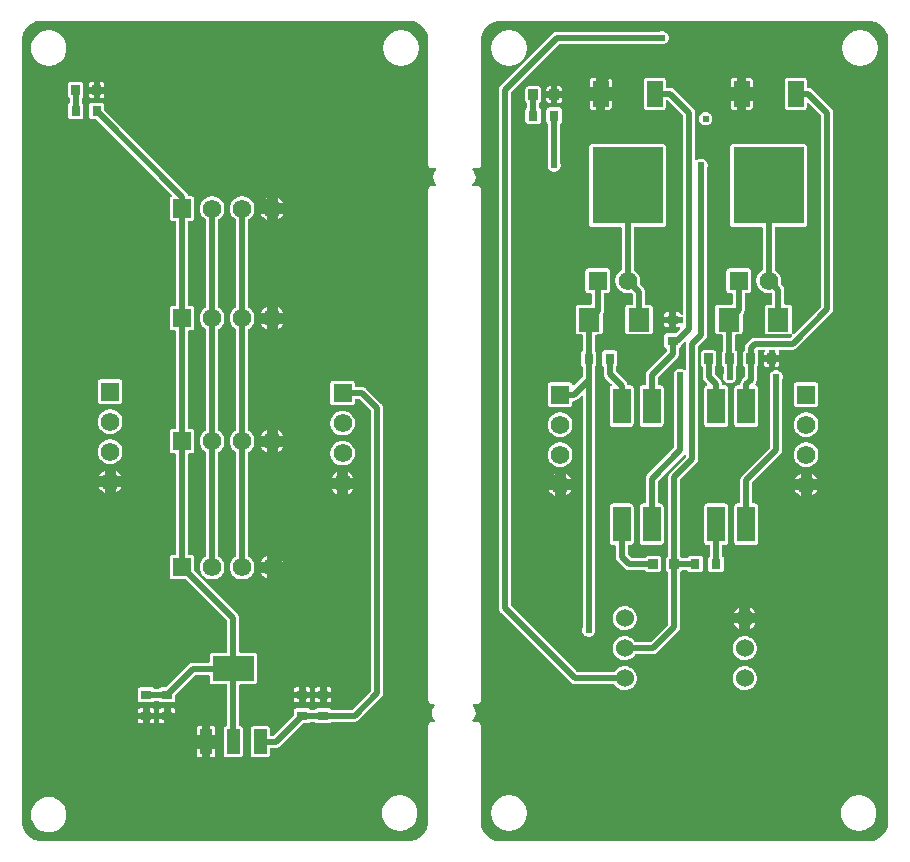
<source format=gtl>
G04 Layer: TopLayer*
G04 EasyEDA v6.4.19.4, 2021-06-11T14:51:01+08:00*
G04 1c108e45da03483e8fe651057a321652,2444bf6f38dc4a26b464d521983d9d6f,10*
G04 Gerber Generator version 0.2*
G04 Scale: 100 percent, Rotated: No, Reflected: No *
G04 Dimensions in millimeters *
G04 leading zeros omitted , absolute positions ,4 integer and 5 decimal *
%FSLAX45Y45*%
%MOMM*%

%ADD10C,0.2540*%
%ADD11C,0.5000*%
%ADD12C,0.6096*%
%ADD13R,1.8000X2.0000*%
%ADD14R,0.8000X0.9000*%
%ADD15R,1.3500X2.2000*%
%ADD16R,6.0000X6.5000*%
%ADD17R,0.9000X0.8000*%
%ADD18R,1.5000X3.0000*%
%ADD21R,1.5748X1.5748*%
%ADD22C,1.5748*%
%ADD23C,1.5240*%

%LPD*%
G36*
X200863Y3025648D02*
G01*
X182422Y3026613D01*
X165506Y3029153D01*
X148945Y3033369D01*
X132842Y3039160D01*
X117398Y3046526D01*
X102768Y3055366D01*
X89052Y3065576D01*
X76403Y3077108D01*
X64973Y3089808D01*
X54813Y3103575D01*
X46075Y3118256D01*
X38760Y3133750D01*
X33070Y3149904D01*
X28956Y3166465D01*
X26517Y3183432D01*
X25654Y3200857D01*
X25654Y9799167D01*
X26619Y9817557D01*
X29159Y9834473D01*
X33375Y9851085D01*
X39166Y9867138D01*
X46532Y9882581D01*
X55372Y9897262D01*
X65582Y9910978D01*
X77114Y9923576D01*
X89814Y9935057D01*
X103581Y9945217D01*
X118262Y9953955D01*
X133756Y9961219D01*
X149860Y9966909D01*
X166471Y9971024D01*
X183388Y9973513D01*
X200863Y9974326D01*
X3294379Y9974326D01*
X3312769Y9973411D01*
X3329686Y9970820D01*
X3346297Y9966655D01*
X3362350Y9960813D01*
X3377793Y9953498D01*
X3392474Y9944658D01*
X3406190Y9934397D01*
X3418789Y9922865D01*
X3430270Y9910165D01*
X3440429Y9896398D01*
X3449167Y9881717D01*
X3456432Y9866223D01*
X3462121Y9850120D01*
X3466236Y9833508D01*
X3468725Y9816592D01*
X3469640Y9798050D01*
X3469640Y8750401D01*
X3470401Y8743950D01*
X3472484Y8738463D01*
X3475837Y8733586D01*
X3479190Y8730030D01*
X3483965Y8726779D01*
X3489502Y8724747D01*
X3495598Y8724036D01*
X3525875Y8724087D01*
X3529634Y8723376D01*
X3532835Y8721344D01*
X3535070Y8718245D01*
X3536035Y8714536D01*
X3535527Y8710777D01*
X3533698Y8707424D01*
X3525570Y8697671D01*
X3519170Y8687206D01*
X3514394Y8675928D01*
X3511245Y8664041D01*
X3509924Y8651849D01*
X3510330Y8639606D01*
X3512565Y8627516D01*
X3516528Y8615883D01*
X3522116Y8604961D01*
X3529228Y8595004D01*
X3534054Y8589975D01*
X3536187Y8586622D01*
X3536899Y8582761D01*
X3536086Y8578951D01*
X3533901Y8575700D01*
X3530600Y8573516D01*
X3526739Y8572754D01*
X3495954Y8572754D01*
X3489248Y8571890D01*
X3483813Y8569807D01*
X3478987Y8566404D01*
X3474872Y8561679D01*
X3472434Y8557768D01*
X3470351Y8552383D01*
X3469640Y8546185D01*
X3469538Y4215485D01*
X3470351Y4209084D01*
X3472434Y4203598D01*
X3475939Y4198518D01*
X3478936Y4195470D01*
X3482492Y4192879D01*
X3487978Y4190390D01*
X3494074Y4189323D01*
X3512413Y4189222D01*
X3516172Y4188510D01*
X3519373Y4186478D01*
X3521608Y4183379D01*
X3522522Y4179671D01*
X3522065Y4175912D01*
X3520186Y4172559D01*
X3512870Y4163771D01*
X3506470Y4153306D01*
X3501694Y4142028D01*
X3498545Y4130141D01*
X3497224Y4117949D01*
X3497630Y4105706D01*
X3499865Y4093616D01*
X3503828Y4082034D01*
X3509416Y4071112D01*
X3516528Y4061104D01*
X3522827Y4054551D01*
X3524961Y4051249D01*
X3525672Y4047388D01*
X3524859Y4043527D01*
X3522624Y4040276D01*
X3519373Y4038092D01*
X3515512Y4037329D01*
X3495903Y4037329D01*
X3489451Y4036568D01*
X3484016Y4034485D01*
X3478936Y4030979D01*
X3475888Y4027982D01*
X3473297Y4024426D01*
X3470808Y4018940D01*
X3469640Y4011523D01*
X3469640Y3204311D01*
X3469132Y3200400D01*
X3468166Y3182264D01*
X3465626Y3165348D01*
X3461410Y3148736D01*
X3455619Y3132683D01*
X3448253Y3117240D01*
X3439414Y3102559D01*
X3429203Y3088894D01*
X3417671Y3076244D01*
X3404971Y3064764D01*
X3391204Y3054654D01*
X3376472Y3045866D01*
X3361029Y3038602D01*
X3344875Y3032912D01*
X3328263Y3028797D01*
X3311347Y3026308D01*
X3297428Y3025648D01*
G37*

%LPC*%
G36*
X1008837Y4115765D02*
G01*
X1050645Y4115765D01*
X1050645Y4155084D01*
X1035050Y4155084D01*
X1028801Y4154373D01*
X1023416Y4152442D01*
X1018540Y4149394D01*
X1014476Y4145381D01*
X1011428Y4140504D01*
X1009548Y4135120D01*
X1008837Y4128820D01*
G37*
G36*
X820419Y6116320D02*
G01*
X868273Y6116320D01*
X865073Y6122771D01*
X857503Y6134150D01*
X848512Y6144412D01*
X838250Y6153404D01*
X826871Y6160973D01*
X820419Y6164173D01*
G37*
G36*
X253695Y3100578D02*
G01*
X270916Y3101543D01*
X287528Y3104388D01*
X303733Y3109061D01*
X319328Y3115513D01*
X334111Y3123692D01*
X347878Y3133496D01*
X360476Y3144774D01*
X371703Y3157372D01*
X381457Y3171139D01*
X389636Y3185922D01*
X396087Y3201517D01*
X400761Y3217773D01*
X403555Y3234436D01*
X404520Y3251301D01*
X403555Y3268116D01*
X400710Y3284778D01*
X396036Y3301034D01*
X389585Y3316630D01*
X381406Y3331362D01*
X371602Y3345179D01*
X360375Y3357727D01*
X347776Y3369005D01*
X334010Y3378758D01*
X319227Y3386937D01*
X303631Y3393389D01*
X287375Y3398062D01*
X270713Y3400907D01*
X253898Y3401822D01*
X237032Y3400907D01*
X220370Y3398062D01*
X204114Y3393389D01*
X188518Y3386937D01*
X173736Y3378758D01*
X159969Y3369005D01*
X147370Y3357727D01*
X136144Y3345179D01*
X126339Y3331362D01*
X118160Y3316630D01*
X111709Y3301034D01*
X107035Y3284778D01*
X104190Y3268116D01*
X103225Y3251301D01*
X104190Y3234436D01*
X106984Y3217773D01*
X111658Y3201517D01*
X118110Y3185922D01*
X126288Y3171139D01*
X136042Y3157372D01*
X147269Y3144774D01*
X159867Y3133496D01*
X173634Y3123692D01*
X188417Y3115513D01*
X204012Y3109061D01*
X220217Y3104388D01*
X236880Y3101543D01*
G37*
G36*
X686714Y9314637D02*
G01*
X699820Y9314637D01*
X706069Y9315348D01*
X711504Y9317228D01*
X716330Y9320276D01*
X720394Y9324340D01*
X723442Y9329166D01*
X725322Y9334601D01*
X726033Y9340850D01*
X726033Y9356445D01*
X686714Y9356445D01*
G37*
G36*
X2429154Y4201515D02*
G01*
X2444750Y4201515D01*
X2450998Y4202226D01*
X2456383Y4204106D01*
X2461260Y4207205D01*
X2465324Y4211218D01*
X2468372Y4216095D01*
X2470251Y4221480D01*
X2470962Y4227779D01*
X2470962Y4240834D01*
X2429154Y4240834D01*
G37*
G36*
X2533650Y4201515D02*
G01*
X2549245Y4201515D01*
X2549245Y4240834D01*
X2507437Y4240834D01*
X2507437Y4227779D01*
X2508148Y4221480D01*
X2510028Y4216095D01*
X2513076Y4211218D01*
X2517140Y4207205D01*
X2522016Y4204106D01*
X2527401Y4202226D01*
G37*
G36*
X2355850Y4201515D02*
G01*
X2371445Y4201515D01*
X2371445Y4240834D01*
X2329637Y4240834D01*
X2329637Y4227779D01*
X2330348Y4221480D01*
X2332228Y4216095D01*
X2335276Y4211218D01*
X2339340Y4207205D01*
X2344216Y4204106D01*
X2349601Y4202226D01*
G37*
G36*
X2606954Y4201515D02*
G01*
X2622550Y4201515D01*
X2628798Y4202226D01*
X2634183Y4204106D01*
X2639060Y4207205D01*
X2643124Y4211218D01*
X2646172Y4216095D01*
X2648051Y4221480D01*
X2648762Y4227779D01*
X2648762Y4240834D01*
X2606954Y4240834D01*
G37*
G36*
X2788920Y5964326D02*
G01*
X2795371Y5967526D01*
X2806750Y5975096D01*
X2817012Y5984087D01*
X2826004Y5994349D01*
X2833573Y6005728D01*
X2836773Y6012180D01*
X2788920Y6012180D01*
G37*
G36*
X2697480Y5964326D02*
G01*
X2697480Y6012180D01*
X2649626Y6012180D01*
X2652826Y6005728D01*
X2660396Y5994349D01*
X2669387Y5984087D01*
X2679649Y5975096D01*
X2691028Y5967526D01*
G37*
G36*
X820419Y5977026D02*
G01*
X826871Y5980226D01*
X838250Y5987796D01*
X848512Y5996787D01*
X857503Y6007049D01*
X865073Y6018428D01*
X868273Y6024880D01*
X820419Y6024880D01*
G37*
G36*
X728980Y5977026D02*
G01*
X728980Y6024880D01*
X681126Y6024880D01*
X684326Y6018428D01*
X691896Y6007049D01*
X700887Y5996787D01*
X711149Y5987796D01*
X722528Y5980226D01*
G37*
G36*
X3225495Y3113278D02*
G01*
X3242716Y3114243D01*
X3259328Y3117088D01*
X3275533Y3121761D01*
X3291128Y3128213D01*
X3305911Y3136392D01*
X3319678Y3146196D01*
X3332276Y3157474D01*
X3343503Y3170072D01*
X3353257Y3183839D01*
X3361436Y3198622D01*
X3367887Y3214217D01*
X3372561Y3230473D01*
X3375355Y3247136D01*
X3376320Y3264001D01*
X3375355Y3280816D01*
X3372510Y3297478D01*
X3367836Y3313734D01*
X3361385Y3329330D01*
X3353206Y3344062D01*
X3343401Y3357879D01*
X3332175Y3370427D01*
X3319576Y3381705D01*
X3305810Y3391458D01*
X3291027Y3399637D01*
X3275431Y3406089D01*
X3259175Y3410762D01*
X3242513Y3413607D01*
X3225698Y3414522D01*
X3208832Y3413607D01*
X3192170Y3410762D01*
X3175914Y3406089D01*
X3160318Y3399637D01*
X3145536Y3391458D01*
X3131769Y3381705D01*
X3119170Y3370427D01*
X3107944Y3357879D01*
X3098139Y3344062D01*
X3089960Y3329330D01*
X3083509Y3313734D01*
X3078835Y3297478D01*
X3075990Y3280816D01*
X3075025Y3264001D01*
X3075990Y3247136D01*
X3078784Y3230473D01*
X3083458Y3214217D01*
X3089910Y3198622D01*
X3098088Y3183839D01*
X3107842Y3170072D01*
X3119069Y3157474D01*
X3131667Y3146196D01*
X3145434Y3136392D01*
X3160217Y3128213D01*
X3175812Y3121761D01*
X3192018Y3117088D01*
X3208680Y3114243D01*
G37*
G36*
X1619910Y3734815D02*
G01*
X1640281Y3734815D01*
X1646529Y3735527D01*
X1651965Y3737406D01*
X1656791Y3740454D01*
X1660855Y3744518D01*
X1663903Y3749344D01*
X1665782Y3754780D01*
X1666493Y3761028D01*
X1666493Y3808069D01*
X1619910Y3808069D01*
G37*
G36*
X2429154Y4293514D02*
G01*
X2470962Y4293514D01*
X2470962Y4306620D01*
X2470251Y4312869D01*
X2468372Y4318304D01*
X2465324Y4323130D01*
X2461260Y4327194D01*
X2456383Y4330242D01*
X2450998Y4332122D01*
X2444750Y4332833D01*
X2429154Y4332833D01*
G37*
G36*
X2606954Y4293514D02*
G01*
X2648762Y4293514D01*
X2648762Y4306620D01*
X2648051Y4312869D01*
X2646172Y4318304D01*
X2643124Y4323130D01*
X2639060Y4327194D01*
X2634183Y4330242D01*
X2628798Y4332122D01*
X2622550Y4332833D01*
X2606954Y4332833D01*
G37*
G36*
X2788920Y6103620D02*
G01*
X2836773Y6103620D01*
X2833573Y6110071D01*
X2826004Y6121450D01*
X2817012Y6131712D01*
X2806750Y6140704D01*
X2795371Y6148273D01*
X2788920Y6151473D01*
G37*
G36*
X2649626Y6103620D02*
G01*
X2697480Y6103620D01*
X2697480Y6151473D01*
X2691028Y6148273D01*
X2679649Y6140704D01*
X2669387Y6131712D01*
X2660396Y6121450D01*
X2652826Y6110071D01*
G37*
G36*
X2507437Y4293514D02*
G01*
X2549245Y4293514D01*
X2549245Y4332833D01*
X2533650Y4332833D01*
X2527401Y4332122D01*
X2522016Y4330242D01*
X2517140Y4327194D01*
X2513076Y4323130D01*
X2510028Y4318304D01*
X2508148Y4312869D01*
X2507437Y4306620D01*
G37*
G36*
X681126Y6116320D02*
G01*
X728980Y6116320D01*
X728980Y6164173D01*
X722528Y6160973D01*
X711149Y6153404D01*
X700887Y6144412D01*
X691896Y6134150D01*
X684326Y6122771D01*
G37*
G36*
X2329637Y4293514D02*
G01*
X2371445Y4293514D01*
X2371445Y4332833D01*
X2355850Y4332833D01*
X2349601Y4332122D01*
X2344216Y4330242D01*
X2339340Y4327194D01*
X2335276Y4323130D01*
X2332228Y4318304D01*
X2330348Y4312869D01*
X2329637Y4306620D01*
G37*
G36*
X1532178Y3734815D02*
G01*
X1552600Y3734815D01*
X1552600Y3808069D01*
X1505966Y3808069D01*
X1505966Y3761028D01*
X1506677Y3754780D01*
X1508556Y3749344D01*
X1511604Y3744518D01*
X1515668Y3740454D01*
X1520494Y3737406D01*
X1525930Y3735527D01*
G37*
G36*
X2743200Y6207506D02*
G01*
X2756814Y6208420D01*
X2770225Y6211062D01*
X2783128Y6215481D01*
X2795371Y6221526D01*
X2806750Y6229096D01*
X2817012Y6238087D01*
X2826004Y6248349D01*
X2833573Y6259728D01*
X2839618Y6271971D01*
X2844038Y6284874D01*
X2846679Y6298285D01*
X2847594Y6311900D01*
X2846679Y6325514D01*
X2844038Y6338925D01*
X2839618Y6351828D01*
X2833573Y6364071D01*
X2826004Y6375450D01*
X2817012Y6385712D01*
X2806750Y6394704D01*
X2795371Y6402273D01*
X2783128Y6408318D01*
X2770225Y6412738D01*
X2756814Y6415379D01*
X2743200Y6416294D01*
X2729585Y6415379D01*
X2716174Y6412738D01*
X2703271Y6408318D01*
X2691028Y6402273D01*
X2679649Y6394704D01*
X2669387Y6385712D01*
X2660396Y6375450D01*
X2652826Y6364071D01*
X2646781Y6351828D01*
X2642362Y6338925D01*
X2639720Y6325514D01*
X2638806Y6311900D01*
X2639720Y6298285D01*
X2642362Y6284874D01*
X2646781Y6271971D01*
X2652826Y6259728D01*
X2660396Y6248349D01*
X2669387Y6238087D01*
X2679649Y6229096D01*
X2691028Y6221526D01*
X2703271Y6215481D01*
X2716174Y6211062D01*
X2729585Y6208420D01*
G37*
G36*
X774700Y6220206D02*
G01*
X788314Y6221120D01*
X801725Y6223762D01*
X814628Y6228181D01*
X826871Y6234226D01*
X838250Y6241796D01*
X848512Y6250787D01*
X857503Y6261049D01*
X865073Y6272428D01*
X871118Y6284671D01*
X875537Y6297574D01*
X878179Y6310985D01*
X879094Y6324600D01*
X878179Y6338214D01*
X875537Y6351625D01*
X871118Y6364528D01*
X865073Y6376771D01*
X857503Y6388150D01*
X848512Y6398412D01*
X838250Y6407404D01*
X826871Y6414973D01*
X814628Y6421018D01*
X801725Y6425438D01*
X788314Y6428079D01*
X774700Y6428994D01*
X761085Y6428079D01*
X747674Y6425438D01*
X734771Y6421018D01*
X722528Y6414973D01*
X711149Y6407404D01*
X700887Y6398412D01*
X691896Y6388150D01*
X684326Y6376771D01*
X678281Y6364528D01*
X673862Y6351625D01*
X671220Y6338214D01*
X670306Y6324600D01*
X671220Y6310985D01*
X673862Y6297574D01*
X678281Y6284671D01*
X684326Y6272428D01*
X691896Y6261049D01*
X700887Y6250787D01*
X711149Y6241796D01*
X722528Y6234226D01*
X734771Y6228181D01*
X747674Y6223762D01*
X761085Y6221120D01*
G37*
G36*
X2100580Y6319926D02*
G01*
X2100580Y6367780D01*
X2052726Y6367780D01*
X2055926Y6361328D01*
X2063496Y6349949D01*
X2072487Y6339687D01*
X2082749Y6330696D01*
X2094128Y6323126D01*
G37*
G36*
X2192020Y6319926D02*
G01*
X2198471Y6323126D01*
X2209850Y6330696D01*
X2220112Y6339687D01*
X2229104Y6349949D01*
X2236673Y6361328D01*
X2239873Y6367780D01*
X2192020Y6367780D01*
G37*
G36*
X1991918Y3734815D02*
G01*
X2100021Y3734815D01*
X2106269Y3735527D01*
X2111705Y3737406D01*
X2116531Y3740454D01*
X2120595Y3744518D01*
X2123643Y3749344D01*
X2125522Y3754780D01*
X2126234Y3761028D01*
X2126234Y3807612D01*
X2126996Y3811473D01*
X2129231Y3814775D01*
X2132482Y3817010D01*
X2136394Y3817772D01*
X2179066Y3817772D01*
X2183739Y3817975D01*
X2188108Y3818534D01*
X2192426Y3819499D01*
X2196642Y3820820D01*
X2200706Y3822496D01*
X2204618Y3824579D01*
X2208377Y3826916D01*
X2211882Y3829608D01*
X2215286Y3832758D01*
X2403297Y4020769D01*
X2406599Y4023004D01*
X2410510Y4023766D01*
X2444750Y4023766D01*
X2450998Y4024477D01*
X2456383Y4026357D01*
X2461260Y4029405D01*
X2467914Y4036517D01*
X2470912Y4038193D01*
X2474264Y4038752D01*
X2504135Y4038752D01*
X2507488Y4038193D01*
X2510485Y4036517D01*
X2513076Y4033469D01*
X2517140Y4029405D01*
X2522016Y4026357D01*
X2527401Y4024477D01*
X2533650Y4023766D01*
X2622550Y4023766D01*
X2628798Y4024477D01*
X2634183Y4026357D01*
X2639060Y4029405D01*
X2645714Y4036517D01*
X2648712Y4038193D01*
X2652064Y4038752D01*
X2844596Y4038752D01*
X2849219Y4038955D01*
X2853588Y4039514D01*
X2857906Y4040479D01*
X2862122Y4041800D01*
X2866186Y4043476D01*
X2870098Y4045559D01*
X2873857Y4047896D01*
X2877362Y4050588D01*
X2880766Y4053738D01*
X3070961Y4243933D01*
X3074111Y4247337D01*
X3076803Y4250842D01*
X3079140Y4254601D01*
X3081223Y4258513D01*
X3082899Y4262577D01*
X3084220Y4266793D01*
X3085185Y4271111D01*
X3085744Y4275480D01*
X3085947Y4280103D01*
X3085947Y6692696D01*
X3085744Y6697319D01*
X3085185Y6701688D01*
X3084220Y6706006D01*
X3082899Y6710222D01*
X3081223Y6714286D01*
X3079140Y6718198D01*
X3076803Y6721957D01*
X3074111Y6725462D01*
X3070961Y6728866D01*
X2944266Y6855561D01*
X2940862Y6858711D01*
X2937357Y6861403D01*
X2933598Y6863740D01*
X2929686Y6865823D01*
X2925622Y6867499D01*
X2921406Y6868820D01*
X2917088Y6869785D01*
X2912719Y6870344D01*
X2908096Y6870547D01*
X2857754Y6870547D01*
X2853842Y6871309D01*
X2850591Y6873544D01*
X2848356Y6876846D01*
X2847594Y6880707D01*
X2847594Y6898081D01*
X2846882Y6904329D01*
X2845003Y6909765D01*
X2841955Y6914591D01*
X2837891Y6918655D01*
X2833065Y6921703D01*
X2827629Y6923582D01*
X2821381Y6924294D01*
X2665018Y6924294D01*
X2658770Y6923582D01*
X2653334Y6921703D01*
X2648508Y6918655D01*
X2644444Y6914591D01*
X2641396Y6909765D01*
X2639517Y6904329D01*
X2638806Y6898081D01*
X2638806Y6741718D01*
X2639517Y6735470D01*
X2641396Y6730034D01*
X2644444Y6725208D01*
X2648508Y6721144D01*
X2653334Y6718096D01*
X2658770Y6716217D01*
X2665018Y6715506D01*
X2821381Y6715506D01*
X2827629Y6716217D01*
X2833065Y6718096D01*
X2837891Y6721144D01*
X2841955Y6725208D01*
X2845003Y6730034D01*
X2846882Y6735470D01*
X2847594Y6741718D01*
X2847594Y6759092D01*
X2848356Y6762953D01*
X2850591Y6766255D01*
X2853842Y6768490D01*
X2857754Y6769252D01*
X2883103Y6769252D01*
X2887014Y6768490D01*
X2890316Y6766255D01*
X2981655Y6674916D01*
X2983890Y6671614D01*
X2984652Y6667703D01*
X2984652Y4305096D01*
X2983890Y4301185D01*
X2981655Y4297883D01*
X2826816Y4143044D01*
X2823514Y4140809D01*
X2819603Y4140047D01*
X2652064Y4140047D01*
X2648712Y4140606D01*
X2645714Y4142282D01*
X2643124Y4145381D01*
X2639060Y4149394D01*
X2634183Y4152442D01*
X2628798Y4154373D01*
X2622550Y4155084D01*
X2533650Y4155084D01*
X2527401Y4154373D01*
X2522016Y4152442D01*
X2517140Y4149394D01*
X2510485Y4142282D01*
X2507488Y4140657D01*
X2504135Y4140047D01*
X2474264Y4140047D01*
X2470912Y4140657D01*
X2467914Y4142282D01*
X2465324Y4145381D01*
X2461260Y4149394D01*
X2456383Y4152442D01*
X2450998Y4154373D01*
X2444750Y4155084D01*
X2355850Y4155084D01*
X2349601Y4154373D01*
X2344216Y4152442D01*
X2339340Y4149394D01*
X2335276Y4145381D01*
X2332228Y4140504D01*
X2330348Y4135120D01*
X2329637Y4128820D01*
X2329637Y4094581D01*
X2328875Y4090720D01*
X2326690Y4087418D01*
X2161286Y3922064D01*
X2157984Y3919829D01*
X2154123Y3919067D01*
X2136394Y3919067D01*
X2132482Y3919829D01*
X2129231Y3922064D01*
X2126996Y3925366D01*
X2126234Y3929227D01*
X2126234Y3975811D01*
X2125522Y3982059D01*
X2123643Y3987495D01*
X2120595Y3992321D01*
X2116531Y3996385D01*
X2111705Y3999433D01*
X2106269Y4001312D01*
X2100021Y4002024D01*
X1991918Y4002024D01*
X1985670Y4001312D01*
X1980234Y3999433D01*
X1975408Y3996385D01*
X1971344Y3992321D01*
X1968296Y3987495D01*
X1966417Y3982059D01*
X1965706Y3975811D01*
X1965706Y3761028D01*
X1966417Y3754780D01*
X1968296Y3749344D01*
X1971344Y3744518D01*
X1975408Y3740454D01*
X1980234Y3737406D01*
X1985670Y3735527D01*
G37*
G36*
X1763318Y3734815D02*
G01*
X1871421Y3734815D01*
X1877669Y3735527D01*
X1883105Y3737406D01*
X1887931Y3740454D01*
X1891995Y3744518D01*
X1895043Y3749344D01*
X1896922Y3754780D01*
X1897634Y3761028D01*
X1897634Y3975811D01*
X1896922Y3982059D01*
X1895043Y3987495D01*
X1891995Y3992321D01*
X1887931Y3996385D01*
X1883105Y3999433D01*
X1873504Y4002481D01*
X1870608Y4004716D01*
X1868678Y4007865D01*
X1868017Y4011472D01*
X1868017Y4344416D01*
X1868779Y4348327D01*
X1871014Y4351578D01*
X1874316Y4353814D01*
X1878177Y4354576D01*
X1992071Y4354576D01*
X1998319Y4355287D01*
X2003755Y4357166D01*
X2008581Y4360214D01*
X2012645Y4364278D01*
X2015693Y4369104D01*
X2017572Y4374540D01*
X2018284Y4380788D01*
X2018284Y4595571D01*
X2017572Y4601819D01*
X2015693Y4607255D01*
X2012645Y4612081D01*
X2008581Y4616145D01*
X2003755Y4619193D01*
X1998319Y4621072D01*
X1992071Y4621784D01*
X1878177Y4621784D01*
X1874316Y4622546D01*
X1871014Y4624781D01*
X1868779Y4628032D01*
X1868017Y4631944D01*
X1868017Y4913426D01*
X1867814Y4918049D01*
X1867255Y4922418D01*
X1866290Y4926736D01*
X1864969Y4930952D01*
X1863293Y4935016D01*
X1861210Y4938928D01*
X1858873Y4942687D01*
X1856181Y4946192D01*
X1853031Y4949596D01*
X1491691Y5310987D01*
X1489456Y5314238D01*
X1488694Y5318150D01*
X1488694Y5424881D01*
X1487982Y5431129D01*
X1486103Y5436565D01*
X1483055Y5441391D01*
X1478991Y5445455D01*
X1474165Y5448503D01*
X1468729Y5450382D01*
X1462481Y5451094D01*
X1445107Y5451094D01*
X1441246Y5451856D01*
X1437944Y5454091D01*
X1435709Y5457342D01*
X1434947Y5461254D01*
X1434947Y6298946D01*
X1435709Y6302857D01*
X1437944Y6306108D01*
X1441246Y6308344D01*
X1445107Y6309106D01*
X1462481Y6309106D01*
X1468729Y6309817D01*
X1474165Y6311696D01*
X1478991Y6314744D01*
X1483055Y6318808D01*
X1486103Y6323634D01*
X1487982Y6329070D01*
X1488694Y6335318D01*
X1488694Y6491681D01*
X1487982Y6497929D01*
X1486103Y6503365D01*
X1483055Y6508191D01*
X1478991Y6512255D01*
X1474165Y6515303D01*
X1468729Y6517182D01*
X1462481Y6517894D01*
X1445107Y6517894D01*
X1441246Y6518656D01*
X1437944Y6520891D01*
X1435709Y6524142D01*
X1434947Y6528054D01*
X1434947Y7340346D01*
X1435709Y7344257D01*
X1437944Y7347508D01*
X1441246Y7349744D01*
X1445107Y7350506D01*
X1462481Y7350506D01*
X1468729Y7351217D01*
X1474165Y7353096D01*
X1478991Y7356144D01*
X1483055Y7360208D01*
X1486103Y7365034D01*
X1487982Y7370470D01*
X1488694Y7376718D01*
X1488694Y7533081D01*
X1487982Y7539329D01*
X1486103Y7544765D01*
X1483055Y7549591D01*
X1478991Y7553655D01*
X1474165Y7556703D01*
X1468729Y7558582D01*
X1462481Y7559294D01*
X1445107Y7559294D01*
X1441246Y7560056D01*
X1437944Y7562291D01*
X1435709Y7565542D01*
X1434947Y7569453D01*
X1434947Y8267446D01*
X1435709Y8271357D01*
X1437944Y8274608D01*
X1441246Y8276844D01*
X1445107Y8277606D01*
X1462481Y8277606D01*
X1468729Y8278317D01*
X1474165Y8280196D01*
X1478991Y8283244D01*
X1483055Y8287308D01*
X1486103Y8292134D01*
X1487982Y8297570D01*
X1488694Y8303818D01*
X1488694Y8460181D01*
X1487982Y8466429D01*
X1486103Y8471865D01*
X1483055Y8476691D01*
X1478991Y8480755D01*
X1474165Y8483803D01*
X1468729Y8485682D01*
X1462481Y8486394D01*
X1443532Y8486394D01*
X1440078Y8487003D01*
X1437030Y8488730D01*
X1434744Y8491423D01*
X1433525Y8494725D01*
X1431899Y8500922D01*
X1430223Y8504986D01*
X1428140Y8508898D01*
X1425803Y8512657D01*
X1423111Y8516162D01*
X1419961Y8519566D01*
X729030Y9210497D01*
X726795Y9213799D01*
X726033Y9217710D01*
X726033Y9251950D01*
X725322Y9258198D01*
X723442Y9263583D01*
X720394Y9268460D01*
X716330Y9272524D01*
X711504Y9275572D01*
X706069Y9277451D01*
X699820Y9278162D01*
X620979Y9278162D01*
X614680Y9277451D01*
X609295Y9275572D01*
X604418Y9272524D01*
X600354Y9268460D01*
X597306Y9263583D01*
X595426Y9258198D01*
X594715Y9251950D01*
X594715Y9163050D01*
X595426Y9156801D01*
X597306Y9151416D01*
X600354Y9146540D01*
X604418Y9142476D01*
X609295Y9139428D01*
X614680Y9137548D01*
X620979Y9136837D01*
X655218Y9136837D01*
X659079Y9136075D01*
X662381Y9133890D01*
X1296517Y8499754D01*
X1298549Y8496757D01*
X1299464Y8493252D01*
X1299057Y8489645D01*
X1297381Y8486394D01*
X1294739Y8483955D01*
X1289608Y8480755D01*
X1285544Y8476691D01*
X1282496Y8471865D01*
X1280617Y8466429D01*
X1279906Y8460181D01*
X1279906Y8303818D01*
X1280617Y8297570D01*
X1282496Y8292134D01*
X1285544Y8287308D01*
X1289608Y8283244D01*
X1294434Y8280196D01*
X1299870Y8278317D01*
X1306118Y8277606D01*
X1323492Y8277606D01*
X1327353Y8276844D01*
X1330655Y8274608D01*
X1332890Y8271357D01*
X1333652Y8267446D01*
X1333652Y7569453D01*
X1332890Y7565542D01*
X1330655Y7562291D01*
X1327353Y7560056D01*
X1323492Y7559294D01*
X1306118Y7559294D01*
X1299870Y7558582D01*
X1294434Y7556703D01*
X1289608Y7553655D01*
X1285544Y7549591D01*
X1282496Y7544765D01*
X1280617Y7539329D01*
X1279906Y7533081D01*
X1279906Y7376718D01*
X1280617Y7370470D01*
X1282496Y7365034D01*
X1285544Y7360208D01*
X1289608Y7356144D01*
X1294434Y7353096D01*
X1299870Y7351217D01*
X1306118Y7350506D01*
X1323492Y7350506D01*
X1327353Y7349744D01*
X1330655Y7347508D01*
X1332890Y7344257D01*
X1333652Y7340346D01*
X1333652Y6528054D01*
X1332890Y6524142D01*
X1330655Y6520891D01*
X1327353Y6518656D01*
X1323492Y6517894D01*
X1306118Y6517894D01*
X1299870Y6517182D01*
X1294434Y6515303D01*
X1289608Y6512255D01*
X1285544Y6508191D01*
X1282496Y6503365D01*
X1280617Y6497929D01*
X1279906Y6491681D01*
X1279906Y6335318D01*
X1280617Y6329070D01*
X1282496Y6323634D01*
X1285544Y6318808D01*
X1289608Y6314744D01*
X1294434Y6311696D01*
X1299870Y6309817D01*
X1306118Y6309106D01*
X1323492Y6309106D01*
X1327353Y6308344D01*
X1330655Y6306108D01*
X1332890Y6302857D01*
X1333652Y6298946D01*
X1333652Y5461254D01*
X1332890Y5457342D01*
X1330655Y5454091D01*
X1327353Y5451856D01*
X1323492Y5451094D01*
X1306118Y5451094D01*
X1299870Y5450382D01*
X1294434Y5448503D01*
X1289608Y5445455D01*
X1285544Y5441391D01*
X1282496Y5436565D01*
X1280617Y5431129D01*
X1279906Y5424881D01*
X1279906Y5268518D01*
X1280617Y5262270D01*
X1282496Y5256834D01*
X1285544Y5252008D01*
X1289608Y5247944D01*
X1294434Y5244896D01*
X1299870Y5243017D01*
X1306118Y5242306D01*
X1412849Y5242306D01*
X1416761Y5241544D01*
X1420012Y5239308D01*
X1763725Y4895646D01*
X1765960Y4892344D01*
X1766722Y4888433D01*
X1766722Y4631944D01*
X1765960Y4628032D01*
X1763725Y4624781D01*
X1760423Y4622546D01*
X1756562Y4621784D01*
X1642668Y4621784D01*
X1636420Y4621072D01*
X1630984Y4619193D01*
X1626158Y4616145D01*
X1622094Y4612081D01*
X1619046Y4607255D01*
X1617167Y4601819D01*
X1616456Y4595571D01*
X1616456Y4548987D01*
X1615694Y4545126D01*
X1613458Y4541824D01*
X1610207Y4539589D01*
X1606296Y4538827D01*
X1478534Y4538827D01*
X1473860Y4538624D01*
X1469491Y4538065D01*
X1465173Y4537100D01*
X1460957Y4535779D01*
X1456893Y4534103D01*
X1452981Y4532020D01*
X1449222Y4529683D01*
X1445717Y4526991D01*
X1442313Y4523841D01*
X1254302Y4335830D01*
X1251000Y4333595D01*
X1247089Y4332833D01*
X1212850Y4332833D01*
X1206601Y4332122D01*
X1201216Y4330242D01*
X1196340Y4327194D01*
X1189685Y4320082D01*
X1186688Y4318406D01*
X1183335Y4317847D01*
X1153464Y4317847D01*
X1150112Y4318406D01*
X1147114Y4320082D01*
X1144524Y4323130D01*
X1140460Y4327194D01*
X1135583Y4330242D01*
X1130198Y4332122D01*
X1123950Y4332833D01*
X1035050Y4332833D01*
X1028801Y4332122D01*
X1023416Y4330242D01*
X1018540Y4327194D01*
X1014476Y4323130D01*
X1011428Y4318304D01*
X1009548Y4312869D01*
X1008837Y4306620D01*
X1008837Y4227779D01*
X1009548Y4221480D01*
X1011428Y4216095D01*
X1014476Y4211218D01*
X1018540Y4207205D01*
X1023416Y4204106D01*
X1028801Y4202226D01*
X1035050Y4201515D01*
X1123950Y4201515D01*
X1130198Y4202226D01*
X1135583Y4204106D01*
X1140460Y4207205D01*
X1147114Y4214317D01*
X1150112Y4215942D01*
X1153464Y4216552D01*
X1183335Y4216552D01*
X1186688Y4215942D01*
X1189685Y4214317D01*
X1192276Y4211218D01*
X1196340Y4207205D01*
X1201216Y4204106D01*
X1206601Y4202226D01*
X1212850Y4201515D01*
X1301750Y4201515D01*
X1307998Y4202226D01*
X1313383Y4204106D01*
X1318260Y4207205D01*
X1322324Y4211218D01*
X1325372Y4216095D01*
X1327251Y4221480D01*
X1327962Y4227779D01*
X1327962Y4262018D01*
X1328724Y4265879D01*
X1330909Y4269181D01*
X1496314Y4434535D01*
X1499616Y4436770D01*
X1503476Y4437532D01*
X1606296Y4437532D01*
X1610207Y4436770D01*
X1613458Y4434535D01*
X1615694Y4431233D01*
X1616456Y4427372D01*
X1616456Y4380788D01*
X1617167Y4374540D01*
X1619046Y4369104D01*
X1622094Y4364278D01*
X1626158Y4360214D01*
X1630984Y4357166D01*
X1636420Y4355287D01*
X1642668Y4354576D01*
X1756562Y4354576D01*
X1760423Y4353814D01*
X1763725Y4351578D01*
X1765960Y4348327D01*
X1766722Y4344416D01*
X1766722Y4011472D01*
X1766062Y4007865D01*
X1764131Y4004716D01*
X1761236Y4002481D01*
X1757070Y4001312D01*
X1751634Y3999433D01*
X1746808Y3996385D01*
X1742744Y3992321D01*
X1739696Y3987495D01*
X1737817Y3982059D01*
X1737106Y3975811D01*
X1737106Y3761028D01*
X1737817Y3754780D01*
X1739696Y3749344D01*
X1742744Y3744518D01*
X1746808Y3740454D01*
X1751634Y3737406D01*
X1757070Y3735527D01*
G37*
G36*
X2052726Y6459220D02*
G01*
X2100580Y6459220D01*
X2100580Y6507073D01*
X2094128Y6503873D01*
X2082749Y6496304D01*
X2072487Y6487312D01*
X2063496Y6477050D01*
X2055926Y6465671D01*
G37*
G36*
X2192020Y6459220D02*
G01*
X2239873Y6459220D01*
X2236673Y6465671D01*
X2229104Y6477050D01*
X2220112Y6487312D01*
X2209850Y6496304D01*
X2198471Y6503873D01*
X2192020Y6507073D01*
G37*
G36*
X2743200Y6461506D02*
G01*
X2756814Y6462420D01*
X2770225Y6465062D01*
X2783128Y6469481D01*
X2795371Y6475526D01*
X2806750Y6483096D01*
X2817012Y6492087D01*
X2826004Y6502349D01*
X2833573Y6513728D01*
X2839618Y6525971D01*
X2844038Y6538874D01*
X2846679Y6552285D01*
X2847594Y6565900D01*
X2846679Y6579514D01*
X2844038Y6592925D01*
X2839618Y6605828D01*
X2833573Y6618071D01*
X2826004Y6629450D01*
X2817012Y6639712D01*
X2806750Y6648703D01*
X2795371Y6656273D01*
X2783128Y6662318D01*
X2770225Y6666738D01*
X2756814Y6669379D01*
X2743200Y6670294D01*
X2729585Y6669379D01*
X2716174Y6666738D01*
X2703271Y6662318D01*
X2691028Y6656273D01*
X2679649Y6648703D01*
X2669387Y6639712D01*
X2660396Y6629450D01*
X2652826Y6618071D01*
X2646781Y6605828D01*
X2642362Y6592925D01*
X2639720Y6579514D01*
X2638806Y6565900D01*
X2639720Y6552285D01*
X2642362Y6538874D01*
X2646781Y6525971D01*
X2652826Y6513728D01*
X2660396Y6502349D01*
X2669387Y6492087D01*
X2679649Y6483096D01*
X2691028Y6475526D01*
X2703271Y6469481D01*
X2716174Y6465062D01*
X2729585Y6462420D01*
G37*
G36*
X774700Y6474206D02*
G01*
X788314Y6475120D01*
X801725Y6477762D01*
X814628Y6482181D01*
X826871Y6488226D01*
X838250Y6495796D01*
X848512Y6504787D01*
X857503Y6515049D01*
X865073Y6526428D01*
X871118Y6538671D01*
X875537Y6551574D01*
X878179Y6564985D01*
X879094Y6578600D01*
X878179Y6592214D01*
X875537Y6605625D01*
X871118Y6618528D01*
X865073Y6630771D01*
X857503Y6642150D01*
X848512Y6652412D01*
X838250Y6661403D01*
X826871Y6668973D01*
X814628Y6675018D01*
X801725Y6679438D01*
X788314Y6682079D01*
X774700Y6682994D01*
X761085Y6682079D01*
X747674Y6679438D01*
X734771Y6675018D01*
X722528Y6668973D01*
X711149Y6661403D01*
X700887Y6652412D01*
X691896Y6642150D01*
X684326Y6630771D01*
X678281Y6618528D01*
X673862Y6605625D01*
X671220Y6592214D01*
X670306Y6578600D01*
X671220Y6564985D01*
X673862Y6551574D01*
X678281Y6538671D01*
X684326Y6526428D01*
X691896Y6515049D01*
X700887Y6504787D01*
X711149Y6495796D01*
X722528Y6488226D01*
X734771Y6482181D01*
X747674Y6477762D01*
X761085Y6475120D01*
G37*
G36*
X253695Y9590278D02*
G01*
X270916Y9591243D01*
X287528Y9594088D01*
X303733Y9598761D01*
X319328Y9605213D01*
X334111Y9613392D01*
X347878Y9623196D01*
X360476Y9634474D01*
X371703Y9647072D01*
X381457Y9660839D01*
X389636Y9675622D01*
X396087Y9691217D01*
X400761Y9707473D01*
X403555Y9724136D01*
X404520Y9741001D01*
X403555Y9757816D01*
X400710Y9774478D01*
X396036Y9790734D01*
X389585Y9806330D01*
X381406Y9821062D01*
X371602Y9834880D01*
X360375Y9847427D01*
X347776Y9858705D01*
X334010Y9868458D01*
X319227Y9876637D01*
X303631Y9883089D01*
X287375Y9887762D01*
X270713Y9890607D01*
X253898Y9891522D01*
X237032Y9890607D01*
X220370Y9887762D01*
X204114Y9883089D01*
X188518Y9876637D01*
X173736Y9868458D01*
X159969Y9858705D01*
X147370Y9847427D01*
X136144Y9834880D01*
X126339Y9821062D01*
X118160Y9806330D01*
X111709Y9790734D01*
X107035Y9774478D01*
X104190Y9757816D01*
X103225Y9741001D01*
X104190Y9724136D01*
X106984Y9707473D01*
X111658Y9691217D01*
X118110Y9675622D01*
X126288Y9660839D01*
X136042Y9647072D01*
X147269Y9634474D01*
X159867Y9623196D01*
X173634Y9613392D01*
X188417Y9605213D01*
X204012Y9598761D01*
X220217Y9594088D01*
X236880Y9591243D01*
G37*
G36*
X1619910Y3928719D02*
G01*
X1666493Y3928719D01*
X1666493Y3975811D01*
X1665782Y3982059D01*
X1663903Y3987495D01*
X1660855Y3992321D01*
X1656791Y3996385D01*
X1651965Y3999433D01*
X1646529Y4001312D01*
X1640281Y4002024D01*
X1619910Y4002024D01*
G37*
G36*
X1505966Y3928719D02*
G01*
X1552600Y3928719D01*
X1552600Y4002024D01*
X1532178Y4002024D01*
X1525930Y4001312D01*
X1520494Y3999433D01*
X1515668Y3996385D01*
X1511604Y3992321D01*
X1508556Y3987495D01*
X1506677Y3982059D01*
X1505966Y3975811D01*
G37*
G36*
X620979Y9314637D02*
G01*
X634034Y9314637D01*
X634034Y9356445D01*
X594715Y9356445D01*
X594715Y9340850D01*
X595426Y9334601D01*
X597357Y9329166D01*
X600405Y9324340D01*
X604418Y9320276D01*
X609295Y9317228D01*
X614680Y9315348D01*
G37*
G36*
X594715Y9414154D02*
G01*
X634034Y9414154D01*
X634034Y9455962D01*
X620979Y9455962D01*
X614680Y9455251D01*
X609295Y9453321D01*
X604418Y9450273D01*
X600405Y9446260D01*
X597357Y9441383D01*
X595426Y9435998D01*
X594715Y9429699D01*
G37*
G36*
X1035050Y4023766D02*
G01*
X1050645Y4023766D01*
X1050645Y4063085D01*
X1008837Y4063085D01*
X1008837Y4049979D01*
X1009548Y4043730D01*
X1011428Y4038295D01*
X1014476Y4033469D01*
X1018540Y4029405D01*
X1023416Y4026357D01*
X1028801Y4024477D01*
G37*
G36*
X1108354Y4023766D02*
G01*
X1123950Y4023766D01*
X1130198Y4024477D01*
X1135583Y4026357D01*
X1140460Y4029405D01*
X1144524Y4033469D01*
X1147572Y4038295D01*
X1149451Y4043730D01*
X1150162Y4049979D01*
X1150162Y4063085D01*
X1108354Y4063085D01*
G37*
G36*
X696518Y6728206D02*
G01*
X852881Y6728206D01*
X859129Y6728917D01*
X864565Y6730796D01*
X869391Y6733844D01*
X873455Y6737908D01*
X876503Y6742734D01*
X878382Y6748170D01*
X879094Y6754418D01*
X879094Y6910781D01*
X878382Y6917029D01*
X876503Y6922465D01*
X873455Y6927291D01*
X869391Y6931355D01*
X864565Y6934403D01*
X859129Y6936282D01*
X852881Y6936994D01*
X696518Y6936994D01*
X690270Y6936282D01*
X684834Y6934403D01*
X680008Y6931355D01*
X675944Y6927291D01*
X672896Y6922465D01*
X671017Y6917029D01*
X670306Y6910781D01*
X670306Y6754418D01*
X671017Y6748170D01*
X672896Y6742734D01*
X675944Y6737908D01*
X680008Y6733844D01*
X684834Y6730796D01*
X690270Y6728917D01*
G37*
G36*
X1212850Y4023766D02*
G01*
X1228445Y4023766D01*
X1228445Y4063085D01*
X1186637Y4063085D01*
X1186637Y4049979D01*
X1187348Y4043730D01*
X1189228Y4038295D01*
X1192276Y4033469D01*
X1196340Y4029405D01*
X1201216Y4026357D01*
X1206601Y4024477D01*
G37*
G36*
X1286154Y4023766D02*
G01*
X1301750Y4023766D01*
X1307998Y4024477D01*
X1313383Y4026357D01*
X1318260Y4029405D01*
X1322324Y4033469D01*
X1325372Y4038295D01*
X1327251Y4043730D01*
X1327962Y4049979D01*
X1327962Y4063085D01*
X1286154Y4063085D01*
G37*
G36*
X3238195Y9590278D02*
G01*
X3255416Y9591243D01*
X3272028Y9594088D01*
X3288233Y9598761D01*
X3303828Y9605213D01*
X3318611Y9613392D01*
X3332378Y9623196D01*
X3344976Y9634474D01*
X3356203Y9647072D01*
X3365957Y9660839D01*
X3374136Y9675622D01*
X3380587Y9691217D01*
X3385261Y9707473D01*
X3388055Y9724136D01*
X3389020Y9741001D01*
X3388055Y9757816D01*
X3385210Y9774478D01*
X3380536Y9790734D01*
X3374085Y9806330D01*
X3365906Y9821062D01*
X3356101Y9834880D01*
X3344875Y9847427D01*
X3332276Y9858705D01*
X3318510Y9868458D01*
X3303727Y9876637D01*
X3288131Y9883089D01*
X3271875Y9887762D01*
X3255213Y9890607D01*
X3238398Y9891522D01*
X3221532Y9890607D01*
X3204870Y9887762D01*
X3188614Y9883089D01*
X3173018Y9876637D01*
X3158236Y9868458D01*
X3144469Y9858705D01*
X3131870Y9847427D01*
X3120644Y9834880D01*
X3110839Y9821062D01*
X3102660Y9806330D01*
X3096209Y9790734D01*
X3091535Y9774478D01*
X3088690Y9757816D01*
X3087725Y9741001D01*
X3088690Y9724136D01*
X3091484Y9707473D01*
X3096158Y9691217D01*
X3102610Y9675622D01*
X3110788Y9660839D01*
X3120542Y9647072D01*
X3131769Y9634474D01*
X3144367Y9623196D01*
X3158134Y9613392D01*
X3172917Y9605213D01*
X3188512Y9598761D01*
X3204718Y9594088D01*
X3221380Y9591243D01*
G37*
G36*
X1108354Y4115765D02*
G01*
X1150162Y4115765D01*
X1150162Y4128820D01*
X1149451Y4135120D01*
X1147572Y4140504D01*
X1144524Y4145381D01*
X1140460Y4149394D01*
X1135583Y4152442D01*
X1130198Y4154373D01*
X1123950Y4155084D01*
X1108354Y4155084D01*
G37*
G36*
X1638300Y5242306D02*
G01*
X1651914Y5243220D01*
X1665325Y5245862D01*
X1678228Y5250281D01*
X1690471Y5256326D01*
X1701850Y5263896D01*
X1712112Y5272887D01*
X1721104Y5283149D01*
X1728673Y5294528D01*
X1734718Y5306771D01*
X1739138Y5319674D01*
X1741779Y5333085D01*
X1742693Y5346700D01*
X1741779Y5360314D01*
X1739138Y5373725D01*
X1734718Y5386628D01*
X1728673Y5398871D01*
X1721104Y5410250D01*
X1712112Y5420512D01*
X1701850Y5429504D01*
X1693468Y5435092D01*
X1691030Y5437378D01*
X1689506Y5440273D01*
X1688947Y5443524D01*
X1688947Y6316675D01*
X1689506Y6319926D01*
X1691030Y6322822D01*
X1693468Y6325108D01*
X1701850Y6330696D01*
X1712112Y6339687D01*
X1721104Y6349949D01*
X1728673Y6361328D01*
X1734718Y6373571D01*
X1739138Y6386474D01*
X1741779Y6399885D01*
X1742693Y6413500D01*
X1741779Y6427114D01*
X1739138Y6440525D01*
X1734718Y6453428D01*
X1728673Y6465671D01*
X1721104Y6477050D01*
X1712112Y6487312D01*
X1701850Y6496304D01*
X1693468Y6501892D01*
X1691030Y6504178D01*
X1689506Y6507073D01*
X1688947Y6510324D01*
X1688947Y7358075D01*
X1689506Y7361326D01*
X1691030Y7364222D01*
X1693468Y7366508D01*
X1701850Y7372096D01*
X1712112Y7381087D01*
X1721104Y7391349D01*
X1728673Y7402728D01*
X1734718Y7414971D01*
X1739138Y7427874D01*
X1741779Y7441285D01*
X1742693Y7454900D01*
X1741779Y7468514D01*
X1739138Y7481925D01*
X1734718Y7494828D01*
X1728673Y7507071D01*
X1721104Y7518450D01*
X1712112Y7528712D01*
X1701850Y7537703D01*
X1693468Y7543292D01*
X1691030Y7545578D01*
X1689506Y7548473D01*
X1688947Y7551724D01*
X1688947Y8285175D01*
X1689506Y8288426D01*
X1691030Y8291322D01*
X1693468Y8293608D01*
X1701850Y8299196D01*
X1712112Y8308187D01*
X1721104Y8318449D01*
X1728673Y8329828D01*
X1734718Y8342071D01*
X1739138Y8354974D01*
X1741779Y8368385D01*
X1742693Y8382000D01*
X1741779Y8395614D01*
X1739138Y8409025D01*
X1734718Y8421928D01*
X1728673Y8434171D01*
X1721104Y8445550D01*
X1712112Y8455812D01*
X1701850Y8464804D01*
X1690471Y8472373D01*
X1678228Y8478418D01*
X1665325Y8482838D01*
X1651914Y8485479D01*
X1638300Y8486394D01*
X1624685Y8485479D01*
X1611274Y8482838D01*
X1598371Y8478418D01*
X1586128Y8472373D01*
X1574749Y8464804D01*
X1564487Y8455812D01*
X1555496Y8445550D01*
X1547926Y8434171D01*
X1541881Y8421928D01*
X1537462Y8409025D01*
X1534820Y8395614D01*
X1533906Y8382000D01*
X1534820Y8368385D01*
X1537462Y8354974D01*
X1541881Y8342071D01*
X1547926Y8329828D01*
X1555496Y8318449D01*
X1564487Y8308187D01*
X1574749Y8299196D01*
X1583131Y8293608D01*
X1585569Y8291322D01*
X1587093Y8288426D01*
X1587652Y8285175D01*
X1587652Y7551724D01*
X1587093Y7548473D01*
X1585569Y7545578D01*
X1583131Y7543292D01*
X1574749Y7537703D01*
X1564487Y7528712D01*
X1555496Y7518450D01*
X1547926Y7507071D01*
X1541881Y7494828D01*
X1537462Y7481925D01*
X1534820Y7468514D01*
X1533906Y7454900D01*
X1534820Y7441285D01*
X1537462Y7427874D01*
X1541881Y7414971D01*
X1547926Y7402728D01*
X1555496Y7391349D01*
X1564487Y7381087D01*
X1574749Y7372096D01*
X1583131Y7366508D01*
X1585569Y7364222D01*
X1587093Y7361326D01*
X1587652Y7358075D01*
X1587652Y6510324D01*
X1587093Y6507073D01*
X1585569Y6504178D01*
X1583131Y6501892D01*
X1574749Y6496304D01*
X1564487Y6487312D01*
X1555496Y6477050D01*
X1547926Y6465671D01*
X1541881Y6453428D01*
X1537462Y6440525D01*
X1534820Y6427114D01*
X1533906Y6413500D01*
X1534820Y6399885D01*
X1537462Y6386474D01*
X1541881Y6373571D01*
X1547926Y6361328D01*
X1555496Y6349949D01*
X1564487Y6339687D01*
X1574749Y6330696D01*
X1583131Y6325108D01*
X1585569Y6322822D01*
X1587093Y6319926D01*
X1587652Y6316675D01*
X1587652Y5443524D01*
X1587093Y5440273D01*
X1585569Y5437378D01*
X1583131Y5435092D01*
X1574749Y5429504D01*
X1564487Y5420512D01*
X1555496Y5410250D01*
X1547926Y5398871D01*
X1541881Y5386628D01*
X1537462Y5373725D01*
X1534820Y5360314D01*
X1533906Y5346700D01*
X1534820Y5333085D01*
X1537462Y5319674D01*
X1541881Y5306771D01*
X1547926Y5294528D01*
X1555496Y5283149D01*
X1564487Y5272887D01*
X1574749Y5263896D01*
X1586128Y5256326D01*
X1598371Y5250281D01*
X1611274Y5245862D01*
X1624685Y5243220D01*
G37*
G36*
X1892300Y5242306D02*
G01*
X1905914Y5243220D01*
X1919325Y5245862D01*
X1932228Y5250281D01*
X1944471Y5256326D01*
X1955850Y5263896D01*
X1966112Y5272887D01*
X1975104Y5283149D01*
X1982673Y5294528D01*
X1988718Y5306771D01*
X1993138Y5319674D01*
X1995779Y5333085D01*
X1996693Y5346700D01*
X1995779Y5360314D01*
X1993138Y5373725D01*
X1988718Y5386628D01*
X1982673Y5398871D01*
X1975104Y5410250D01*
X1966112Y5420512D01*
X1955850Y5429504D01*
X1947468Y5435092D01*
X1945030Y5437378D01*
X1943506Y5440273D01*
X1942947Y5443524D01*
X1942947Y6316675D01*
X1943506Y6319926D01*
X1945030Y6322822D01*
X1947468Y6325108D01*
X1955850Y6330696D01*
X1966112Y6339687D01*
X1975104Y6349949D01*
X1982673Y6361328D01*
X1988718Y6373571D01*
X1993138Y6386474D01*
X1995779Y6399885D01*
X1996693Y6413500D01*
X1995779Y6427114D01*
X1993138Y6440525D01*
X1988718Y6453428D01*
X1982673Y6465671D01*
X1975104Y6477050D01*
X1966112Y6487312D01*
X1955850Y6496304D01*
X1947468Y6501892D01*
X1945030Y6504178D01*
X1943506Y6507073D01*
X1942947Y6510324D01*
X1942947Y7358075D01*
X1943506Y7361326D01*
X1945030Y7364222D01*
X1947468Y7366508D01*
X1955850Y7372096D01*
X1966112Y7381087D01*
X1975104Y7391349D01*
X1982673Y7402728D01*
X1988718Y7414971D01*
X1993138Y7427874D01*
X1995779Y7441285D01*
X1996693Y7454900D01*
X1995779Y7468514D01*
X1993138Y7481925D01*
X1988718Y7494828D01*
X1982673Y7507071D01*
X1975104Y7518450D01*
X1966112Y7528712D01*
X1955850Y7537703D01*
X1947468Y7543292D01*
X1945030Y7545578D01*
X1943506Y7548473D01*
X1942947Y7551724D01*
X1942947Y8285175D01*
X1943506Y8288426D01*
X1945030Y8291322D01*
X1947468Y8293608D01*
X1955850Y8299196D01*
X1966112Y8308187D01*
X1975104Y8318449D01*
X1982673Y8329828D01*
X1988718Y8342071D01*
X1993138Y8354974D01*
X1995779Y8368385D01*
X1996693Y8382000D01*
X1995779Y8395614D01*
X1993138Y8409025D01*
X1988718Y8421928D01*
X1982673Y8434171D01*
X1975104Y8445550D01*
X1966112Y8455812D01*
X1955850Y8464804D01*
X1944471Y8472373D01*
X1932228Y8478418D01*
X1919325Y8482838D01*
X1905914Y8485479D01*
X1892300Y8486394D01*
X1878685Y8485479D01*
X1865274Y8482838D01*
X1852371Y8478418D01*
X1840128Y8472373D01*
X1828749Y8464804D01*
X1818487Y8455812D01*
X1809496Y8445550D01*
X1801926Y8434171D01*
X1795881Y8421928D01*
X1791462Y8409025D01*
X1788820Y8395614D01*
X1787906Y8382000D01*
X1788820Y8368385D01*
X1791462Y8354974D01*
X1795881Y8342071D01*
X1801926Y8329828D01*
X1809496Y8318449D01*
X1818487Y8308187D01*
X1828749Y8299196D01*
X1837131Y8293608D01*
X1839569Y8291322D01*
X1841093Y8288426D01*
X1841652Y8285175D01*
X1841652Y7551724D01*
X1841093Y7548473D01*
X1839569Y7545578D01*
X1837131Y7543292D01*
X1828749Y7537703D01*
X1818487Y7528712D01*
X1809496Y7518450D01*
X1801926Y7507071D01*
X1795881Y7494828D01*
X1791462Y7481925D01*
X1788820Y7468514D01*
X1787906Y7454900D01*
X1788820Y7441285D01*
X1791462Y7427874D01*
X1795881Y7414971D01*
X1801926Y7402728D01*
X1809496Y7391349D01*
X1818487Y7381087D01*
X1828749Y7372096D01*
X1837131Y7366508D01*
X1839569Y7364222D01*
X1841093Y7361326D01*
X1841652Y7358075D01*
X1841652Y6510324D01*
X1841093Y6507073D01*
X1839569Y6504178D01*
X1837131Y6501892D01*
X1828749Y6496304D01*
X1818487Y6487312D01*
X1809496Y6477050D01*
X1801926Y6465671D01*
X1795881Y6453428D01*
X1791462Y6440525D01*
X1788820Y6427114D01*
X1787906Y6413500D01*
X1788820Y6399885D01*
X1791462Y6386474D01*
X1795881Y6373571D01*
X1801926Y6361328D01*
X1809496Y6349949D01*
X1818487Y6339687D01*
X1828749Y6330696D01*
X1837131Y6325108D01*
X1839569Y6322822D01*
X1841093Y6319926D01*
X1841652Y6316675D01*
X1841652Y5443524D01*
X1841093Y5440273D01*
X1839569Y5437378D01*
X1837131Y5435092D01*
X1828749Y5429504D01*
X1818487Y5420512D01*
X1809496Y5410250D01*
X1801926Y5398871D01*
X1795881Y5386628D01*
X1791462Y5373725D01*
X1788820Y5360314D01*
X1787906Y5346700D01*
X1788820Y5333085D01*
X1791462Y5319674D01*
X1795881Y5306771D01*
X1801926Y5294528D01*
X1809496Y5283149D01*
X1818487Y5272887D01*
X1828749Y5263896D01*
X1840128Y5256326D01*
X1852371Y5250281D01*
X1865274Y5245862D01*
X1878685Y5243220D01*
G37*
G36*
X2100580Y5253126D02*
G01*
X2100580Y5300980D01*
X2052726Y5300980D01*
X2055926Y5294528D01*
X2063496Y5283149D01*
X2072487Y5272887D01*
X2082749Y5263896D01*
X2094128Y5256326D01*
G37*
G36*
X2192020Y5253126D02*
G01*
X2198471Y5256326D01*
X2209850Y5263896D01*
X2220112Y5272887D01*
X2229104Y5283149D01*
X2236673Y5294528D01*
X2239873Y5300980D01*
X2192020Y5300980D01*
G37*
G36*
X443179Y9136837D02*
G01*
X522020Y9136837D01*
X528320Y9137548D01*
X533704Y9139428D01*
X538581Y9142476D01*
X542594Y9146540D01*
X545642Y9151416D01*
X547573Y9156801D01*
X548284Y9163050D01*
X548284Y9251950D01*
X547573Y9258198D01*
X545642Y9263583D01*
X542594Y9268460D01*
X535482Y9275114D01*
X533857Y9278112D01*
X533247Y9281464D01*
X533247Y9311335D01*
X533857Y9314688D01*
X535482Y9317685D01*
X538581Y9320276D01*
X542594Y9324340D01*
X545693Y9329166D01*
X547573Y9334601D01*
X548284Y9340850D01*
X548284Y9429699D01*
X547573Y9435998D01*
X545693Y9441383D01*
X542594Y9446260D01*
X538581Y9450273D01*
X533704Y9453321D01*
X528320Y9455251D01*
X522020Y9455962D01*
X443179Y9455962D01*
X436930Y9455251D01*
X431495Y9453321D01*
X426669Y9450273D01*
X422605Y9446260D01*
X419557Y9441383D01*
X417677Y9435998D01*
X416966Y9429699D01*
X416966Y9340850D01*
X417677Y9334601D01*
X419557Y9329166D01*
X422605Y9324340D01*
X429717Y9317685D01*
X431393Y9314688D01*
X431952Y9311335D01*
X431952Y9281464D01*
X431393Y9278112D01*
X429717Y9275114D01*
X426669Y9272524D01*
X422605Y9268460D01*
X419557Y9263583D01*
X417677Y9258198D01*
X416966Y9251950D01*
X416966Y9163050D01*
X417677Y9156801D01*
X419557Y9151416D01*
X422605Y9146540D01*
X426669Y9142476D01*
X431495Y9139428D01*
X436930Y9137548D01*
G37*
G36*
X1286154Y4115765D02*
G01*
X1327962Y4115765D01*
X1327962Y4128820D01*
X1327251Y4135120D01*
X1325372Y4140504D01*
X1322324Y4145381D01*
X1318260Y4149394D01*
X1313383Y4152442D01*
X1307998Y4154373D01*
X1301750Y4155084D01*
X1286154Y4155084D01*
G37*
G36*
X2100580Y7361326D02*
G01*
X2100580Y7409180D01*
X2052726Y7409180D01*
X2055926Y7402728D01*
X2063496Y7391349D01*
X2072487Y7381087D01*
X2082749Y7372096D01*
X2094128Y7364526D01*
G37*
G36*
X2192020Y7361326D02*
G01*
X2198471Y7364526D01*
X2209850Y7372096D01*
X2220112Y7381087D01*
X2229104Y7391349D01*
X2236673Y7402728D01*
X2239873Y7409180D01*
X2192020Y7409180D01*
G37*
G36*
X1186637Y4115765D02*
G01*
X1228445Y4115765D01*
X1228445Y4155084D01*
X1212850Y4155084D01*
X1206601Y4154373D01*
X1201216Y4152442D01*
X1196340Y4149394D01*
X1192276Y4145381D01*
X1189228Y4140504D01*
X1187348Y4135120D01*
X1186637Y4128820D01*
G37*
G36*
X686714Y9414154D02*
G01*
X726033Y9414154D01*
X726033Y9429699D01*
X725322Y9435998D01*
X723442Y9441383D01*
X720394Y9446260D01*
X716330Y9450273D01*
X711504Y9453321D01*
X706069Y9455251D01*
X699820Y9455962D01*
X686714Y9455962D01*
G37*
G36*
X2052726Y5392420D02*
G01*
X2100580Y5392420D01*
X2100580Y5440273D01*
X2094128Y5437073D01*
X2082749Y5429504D01*
X2072487Y5420512D01*
X2063496Y5410250D01*
X2055926Y5398871D01*
G37*
G36*
X2192020Y5392420D02*
G01*
X2239873Y5392420D01*
X2236673Y5398871D01*
X2229104Y5410250D01*
X2220112Y5420512D01*
X2209850Y5429504D01*
X2198471Y5437073D01*
X2192020Y5440273D01*
G37*
G36*
X2052726Y7500620D02*
G01*
X2100580Y7500620D01*
X2100580Y7548473D01*
X2094128Y7545273D01*
X2082749Y7537703D01*
X2072487Y7528712D01*
X2063496Y7518450D01*
X2055926Y7507071D01*
G37*
G36*
X2192020Y7500620D02*
G01*
X2239873Y7500620D01*
X2236673Y7507071D01*
X2229104Y7518450D01*
X2220112Y7528712D01*
X2209850Y7537703D01*
X2198471Y7545273D01*
X2192020Y7548473D01*
G37*
G36*
X2192020Y8427720D02*
G01*
X2239873Y8427720D01*
X2236673Y8434171D01*
X2229104Y8445550D01*
X2220112Y8455812D01*
X2209850Y8464804D01*
X2198471Y8472373D01*
X2192020Y8475573D01*
G37*
G36*
X2052726Y8427720D02*
G01*
X2100580Y8427720D01*
X2100580Y8475573D01*
X2094128Y8472373D01*
X2082749Y8464804D01*
X2072487Y8455812D01*
X2063496Y8445550D01*
X2055926Y8434171D01*
G37*
G36*
X2100580Y8288426D02*
G01*
X2100580Y8336280D01*
X2052726Y8336280D01*
X2055926Y8329828D01*
X2063496Y8318449D01*
X2072487Y8308187D01*
X2082749Y8299196D01*
X2094128Y8291626D01*
G37*
G36*
X2192020Y8288426D02*
G01*
X2198471Y8291626D01*
X2209850Y8299196D01*
X2220112Y8308187D01*
X2229104Y8318449D01*
X2236673Y8329828D01*
X2239873Y8336280D01*
X2192020Y8336280D01*
G37*

%LPD*%
G36*
X4079494Y3023870D02*
G01*
X4067352Y3024530D01*
X4050436Y3027070D01*
X4033824Y3031286D01*
X4017772Y3037078D01*
X4002328Y3044444D01*
X3987647Y3053283D01*
X3973931Y3063494D01*
X3961333Y3075025D01*
X3949852Y3087725D01*
X3939692Y3101492D01*
X3930954Y3116224D01*
X3923690Y3131667D01*
X3918000Y3147822D01*
X3913886Y3164433D01*
X3911396Y3181350D01*
X3910584Y3198672D01*
X3910584Y4011066D01*
X3909822Y4017518D01*
X3907739Y4022953D01*
X3904234Y4028033D01*
X3901186Y4031081D01*
X3897629Y4033672D01*
X3892143Y4036161D01*
X3884777Y4037329D01*
X3850233Y4037329D01*
X3846372Y4038092D01*
X3843070Y4040276D01*
X3840886Y4043527D01*
X3840073Y4047337D01*
X3840784Y4051198D01*
X3842918Y4054551D01*
X3849217Y4061104D01*
X3856329Y4071112D01*
X3861917Y4082034D01*
X3865879Y4093616D01*
X3868115Y4105706D01*
X3868521Y4117949D01*
X3867150Y4130141D01*
X3864051Y4142028D01*
X3859276Y4153306D01*
X3852875Y4163771D01*
X3845509Y4172559D01*
X3843680Y4175912D01*
X3843172Y4179671D01*
X3844137Y4183379D01*
X3846372Y4186478D01*
X3849573Y4188510D01*
X3853332Y4189222D01*
X3884320Y4189222D01*
X3890772Y4190034D01*
X3896207Y4192117D01*
X3901338Y4195622D01*
X3904335Y4198620D01*
X3906824Y4201972D01*
X3909364Y4207459D01*
X3910533Y4213656D01*
X3910584Y8537956D01*
X3911549Y8544560D01*
X3911549Y8549690D01*
X3910990Y8553348D01*
X3908806Y8559038D01*
X3905504Y8563864D01*
X3900881Y8567928D01*
X3897833Y8569756D01*
X3892042Y8571992D01*
X3885590Y8572754D01*
X3851706Y8572754D01*
X3847846Y8573516D01*
X3844544Y8575700D01*
X3842359Y8578951D01*
X3841546Y8582761D01*
X3842258Y8586622D01*
X3844391Y8589975D01*
X3849217Y8595004D01*
X3856329Y8605012D01*
X3861917Y8615934D01*
X3865879Y8627516D01*
X3868115Y8639606D01*
X3868521Y8651849D01*
X3867150Y8664041D01*
X3864051Y8675928D01*
X3859276Y8687206D01*
X3852875Y8697671D01*
X3844290Y8707882D01*
X3842410Y8711234D01*
X3841902Y8714994D01*
X3842867Y8718702D01*
X3845102Y8721801D01*
X3848303Y8723884D01*
X3852062Y8724595D01*
X3885641Y8724646D01*
X3892042Y8725458D01*
X3897528Y8727541D01*
X3902608Y8731046D01*
X3905605Y8734044D01*
X3908196Y8737600D01*
X3910685Y8743086D01*
X3911854Y8750452D01*
X3911854Y9796780D01*
X3912870Y9816287D01*
X3915460Y9833203D01*
X3919626Y9849815D01*
X3925468Y9865868D01*
X3932783Y9881311D01*
X3941622Y9895992D01*
X3951884Y9909657D01*
X3963365Y9922306D01*
X3976115Y9933787D01*
X3989882Y9943896D01*
X4004564Y9952685D01*
X4020058Y9959949D01*
X4036161Y9965639D01*
X4052773Y9969754D01*
X4069689Y9972243D01*
X4088231Y9973157D01*
X7188962Y9973157D01*
X7207402Y9972192D01*
X7224318Y9969652D01*
X7240879Y9965436D01*
X7256983Y9959644D01*
X7272426Y9952278D01*
X7287056Y9943439D01*
X7300772Y9933228D01*
X7313422Y9921697D01*
X7324852Y9908997D01*
X7335012Y9895230D01*
X7343749Y9880549D01*
X7351014Y9865055D01*
X7356754Y9848900D01*
X7360818Y9832340D01*
X7363307Y9815372D01*
X7364171Y9797948D01*
X7364171Y3199638D01*
X7363206Y3181248D01*
X7360666Y3164332D01*
X7356449Y3147720D01*
X7350658Y3131667D01*
X7343292Y3116224D01*
X7334453Y3101543D01*
X7324191Y3087827D01*
X7312710Y3075228D01*
X7300010Y3063748D01*
X7286244Y3053588D01*
X7271512Y3044850D01*
X7256018Y3037586D01*
X7239914Y3031896D01*
X7223302Y3027781D01*
X7206386Y3025292D01*
X7188962Y3024479D01*
X4085539Y3024479D01*
G37*

%LPC*%
G36*
X4533900Y8694216D02*
G01*
X4543653Y8695080D01*
X4553102Y8697569D01*
X4561941Y8701735D01*
X4569968Y8707323D01*
X4576876Y8714232D01*
X4582464Y8722258D01*
X4586630Y8731097D01*
X4589119Y8740546D01*
X4589983Y8750300D01*
X4589119Y8760053D01*
X4586630Y8769502D01*
X4585512Y8771890D01*
X4584547Y8776157D01*
X4584547Y9095435D01*
X4585106Y9098788D01*
X4586782Y9101785D01*
X4589830Y9104376D01*
X4593894Y9108440D01*
X4596942Y9113316D01*
X4598822Y9118701D01*
X4599533Y9124950D01*
X4599533Y9213850D01*
X4598822Y9220098D01*
X4596942Y9225483D01*
X4593894Y9230360D01*
X4589830Y9234424D01*
X4585004Y9237472D01*
X4579569Y9239351D01*
X4573320Y9240062D01*
X4494479Y9240062D01*
X4488180Y9239351D01*
X4482795Y9237472D01*
X4477918Y9234424D01*
X4473854Y9230360D01*
X4470806Y9225483D01*
X4468926Y9220098D01*
X4468215Y9213850D01*
X4468215Y9124950D01*
X4468926Y9118701D01*
X4470806Y9113316D01*
X4473854Y9108440D01*
X4481017Y9101785D01*
X4482642Y9098788D01*
X4483252Y9095435D01*
X4483252Y8776106D01*
X4482287Y8771839D01*
X4481169Y8769502D01*
X4478680Y8760053D01*
X4477816Y8750300D01*
X4478680Y8740546D01*
X4481169Y8731097D01*
X4485335Y8722258D01*
X4490923Y8714232D01*
X4497832Y8707323D01*
X4505858Y8701735D01*
X4514697Y8697569D01*
X4524146Y8695080D01*
G37*
G36*
X4152595Y3113278D02*
G01*
X4169816Y3114243D01*
X4186428Y3117088D01*
X4202633Y3121761D01*
X4218228Y3128213D01*
X4233011Y3136392D01*
X4246778Y3146196D01*
X4259376Y3157474D01*
X4270603Y3170072D01*
X4280357Y3183839D01*
X4288536Y3198622D01*
X4294987Y3214217D01*
X4299661Y3230473D01*
X4302455Y3247136D01*
X4303420Y3264001D01*
X4302455Y3280816D01*
X4299610Y3297478D01*
X4294936Y3313734D01*
X4288485Y3329330D01*
X4280306Y3344062D01*
X4270502Y3357879D01*
X4259275Y3370427D01*
X4246676Y3381705D01*
X4232910Y3391458D01*
X4218127Y3399637D01*
X4202531Y3406089D01*
X4186275Y3410762D01*
X4169613Y3413607D01*
X4152798Y3414522D01*
X4135932Y3413607D01*
X4119270Y3410762D01*
X4103014Y3406089D01*
X4087418Y3399637D01*
X4072636Y3391458D01*
X4058869Y3381705D01*
X4046270Y3370427D01*
X4035044Y3357879D01*
X4025239Y3344062D01*
X4017060Y3329330D01*
X4010609Y3313734D01*
X4005935Y3297478D01*
X4003090Y3280816D01*
X4002125Y3264001D01*
X4003090Y3247136D01*
X4005884Y3230473D01*
X4010558Y3214217D01*
X4017010Y3198622D01*
X4025188Y3183839D01*
X4034942Y3170072D01*
X4046169Y3157474D01*
X4058767Y3146196D01*
X4072534Y3136392D01*
X4087317Y3128213D01*
X4102912Y3121761D01*
X4119118Y3117088D01*
X4135780Y3114243D01*
G37*
G36*
X4152595Y9590278D02*
G01*
X4169816Y9591243D01*
X4186428Y9594088D01*
X4202633Y9598761D01*
X4218228Y9605213D01*
X4233011Y9613392D01*
X4246778Y9623196D01*
X4259376Y9634474D01*
X4270603Y9647072D01*
X4280357Y9660839D01*
X4288536Y9675622D01*
X4294987Y9691217D01*
X4299661Y9707473D01*
X4302455Y9724136D01*
X4303420Y9741001D01*
X4302455Y9757816D01*
X4299610Y9774478D01*
X4294936Y9790734D01*
X4288485Y9806330D01*
X4280306Y9821062D01*
X4270502Y9834880D01*
X4259275Y9847427D01*
X4246676Y9858705D01*
X4232910Y9868458D01*
X4218127Y9876637D01*
X4202531Y9883089D01*
X4186275Y9887762D01*
X4169613Y9890607D01*
X4152798Y9891522D01*
X4135932Y9890607D01*
X4119270Y9887762D01*
X4103014Y9883089D01*
X4087418Y9876637D01*
X4072636Y9868458D01*
X4058869Y9858705D01*
X4046270Y9847427D01*
X4035044Y9834880D01*
X4025239Y9821062D01*
X4017060Y9806330D01*
X4010609Y9790734D01*
X4005935Y9774478D01*
X4003090Y9757816D01*
X4002125Y9741001D01*
X4003090Y9724136D01*
X4005884Y9707473D01*
X4010558Y9691217D01*
X4017010Y9675622D01*
X4025188Y9660839D01*
X4034942Y9647072D01*
X4046169Y9634474D01*
X4058767Y9623196D01*
X4072534Y9613392D01*
X4087317Y9605213D01*
X4102912Y9598761D01*
X4119118Y9594088D01*
X4135780Y9591243D01*
G37*
G36*
X7124395Y9590278D02*
G01*
X7141616Y9591243D01*
X7158228Y9594088D01*
X7174433Y9598761D01*
X7190028Y9605213D01*
X7204811Y9613392D01*
X7218578Y9623196D01*
X7231176Y9634474D01*
X7242403Y9647072D01*
X7252157Y9660839D01*
X7260336Y9675622D01*
X7266787Y9691217D01*
X7271461Y9707473D01*
X7274255Y9724136D01*
X7275220Y9741001D01*
X7274255Y9757816D01*
X7271410Y9774478D01*
X7266736Y9790734D01*
X7260285Y9806330D01*
X7252106Y9821062D01*
X7242302Y9834880D01*
X7231075Y9847427D01*
X7218476Y9858705D01*
X7204709Y9868458D01*
X7189927Y9876637D01*
X7174331Y9883089D01*
X7158075Y9887762D01*
X7141413Y9890607D01*
X7124598Y9891522D01*
X7107732Y9890607D01*
X7091070Y9887762D01*
X7074814Y9883089D01*
X7059218Y9876637D01*
X7044436Y9868458D01*
X7030669Y9858705D01*
X7018070Y9847427D01*
X7006844Y9834880D01*
X6997039Y9821062D01*
X6988860Y9806330D01*
X6982409Y9790734D01*
X6977735Y9774478D01*
X6974890Y9757816D01*
X6973925Y9741001D01*
X6974890Y9724136D01*
X6977684Y9707473D01*
X6982358Y9691217D01*
X6988809Y9675622D01*
X6996988Y9660839D01*
X7006742Y9647072D01*
X7017969Y9634474D01*
X7030567Y9623196D01*
X7044334Y9613392D01*
X7059117Y9605213D01*
X7074712Y9598761D01*
X7090918Y9594088D01*
X7107580Y9591243D01*
G37*
G36*
X4834026Y9414662D02*
G01*
X4887112Y9414662D01*
X4887112Y9488932D01*
X4860290Y9488932D01*
X4853990Y9488220D01*
X4848606Y9486341D01*
X4843729Y9483293D01*
X4839716Y9479229D01*
X4836668Y9474403D01*
X4834737Y9468967D01*
X4834026Y9462719D01*
G37*
G36*
X6161125Y9414662D02*
G01*
X6214160Y9414662D01*
X6214160Y9462719D01*
X6213449Y9468967D01*
X6211570Y9474403D01*
X6208522Y9479229D01*
X6204458Y9483293D01*
X6199581Y9486341D01*
X6194196Y9488220D01*
X6187948Y9488932D01*
X6161125Y9488932D01*
G37*
G36*
X6143396Y4305147D02*
G01*
X6157010Y4305604D01*
X6170422Y4307840D01*
X6183376Y4311853D01*
X6195720Y4317593D01*
X6207201Y4324908D01*
X6217615Y4333697D01*
X6226708Y4343806D01*
X6234430Y4354982D01*
X6240526Y4367123D01*
X6244996Y4379976D01*
X6247739Y4393336D01*
X6248654Y4406900D01*
X6247739Y4420463D01*
X6244996Y4433824D01*
X6240526Y4446676D01*
X6234430Y4458817D01*
X6226708Y4469993D01*
X6217615Y4480102D01*
X6207201Y4488891D01*
X6195720Y4496206D01*
X6183376Y4501946D01*
X6170422Y4505960D01*
X6157010Y4508195D01*
X6143396Y4508652D01*
X6129883Y4507331D01*
X6116624Y4504182D01*
X6103924Y4499254D01*
X6091986Y4492752D01*
X6081064Y4484674D01*
X6071260Y4475226D01*
X6062827Y4464507D01*
X6055918Y4452823D01*
X6050584Y4440326D01*
X6047028Y4427169D01*
X6045200Y4413707D01*
X6045200Y4400092D01*
X6047028Y4386630D01*
X6050584Y4373473D01*
X6055918Y4360976D01*
X6062827Y4349292D01*
X6071260Y4338574D01*
X6081064Y4329125D01*
X6091986Y4321048D01*
X6103924Y4314545D01*
X6116624Y4309618D01*
X6129883Y4306468D01*
G37*
G36*
X5127396Y4305147D02*
G01*
X5141010Y4305604D01*
X5154422Y4307840D01*
X5167376Y4311853D01*
X5179720Y4317593D01*
X5191201Y4324908D01*
X5201615Y4333697D01*
X5210708Y4343806D01*
X5218430Y4354982D01*
X5224526Y4367123D01*
X5228996Y4379976D01*
X5231739Y4393336D01*
X5232654Y4406900D01*
X5231739Y4420463D01*
X5228996Y4433824D01*
X5224526Y4446676D01*
X5218430Y4458817D01*
X5210708Y4469993D01*
X5201615Y4480102D01*
X5191201Y4488891D01*
X5179720Y4496206D01*
X5167376Y4501946D01*
X5154422Y4505960D01*
X5141010Y4508195D01*
X5127396Y4508652D01*
X5113883Y4507331D01*
X5100624Y4504182D01*
X5087924Y4499254D01*
X5075986Y4492752D01*
X5065064Y4484674D01*
X5055260Y4475226D01*
X5046827Y4464507D01*
X5045659Y4462526D01*
X5043373Y4459884D01*
X5040376Y4458157D01*
X5036921Y4457547D01*
X4736896Y4457547D01*
X4732985Y4458309D01*
X4729683Y4460544D01*
X4168444Y5021783D01*
X4166209Y5025085D01*
X4165447Y5028996D01*
X4165447Y9360103D01*
X4166209Y9364014D01*
X4168444Y9367316D01*
X4577283Y9776155D01*
X4580585Y9778390D01*
X4584496Y9779152D01*
X5422442Y9779152D01*
X5426760Y9778187D01*
X5429097Y9777069D01*
X5438546Y9774580D01*
X5448300Y9773716D01*
X5458053Y9774580D01*
X5467502Y9777069D01*
X5476341Y9781235D01*
X5484368Y9786823D01*
X5491276Y9793732D01*
X5496864Y9801758D01*
X5501030Y9810597D01*
X5503519Y9820046D01*
X5504383Y9829800D01*
X5503519Y9839553D01*
X5501030Y9849002D01*
X5496864Y9857841D01*
X5491276Y9865868D01*
X5484368Y9872776D01*
X5476341Y9878364D01*
X5467502Y9882530D01*
X5458053Y9885019D01*
X5448300Y9885883D01*
X5438546Y9885019D01*
X5429097Y9882530D01*
X5426760Y9881412D01*
X5422442Y9880447D01*
X4559503Y9880447D01*
X4554880Y9880244D01*
X4550511Y9879685D01*
X4546193Y9878720D01*
X4541977Y9877399D01*
X4537913Y9875723D01*
X4534001Y9873640D01*
X4530242Y9871303D01*
X4526737Y9868611D01*
X4523333Y9865461D01*
X4079138Y9421266D01*
X4075988Y9417862D01*
X4073296Y9414357D01*
X4070959Y9410598D01*
X4068876Y9406686D01*
X4067200Y9402622D01*
X4065879Y9398406D01*
X4064914Y9394088D01*
X4064355Y9389719D01*
X4064152Y9385096D01*
X4064152Y5004003D01*
X4064355Y4999380D01*
X4064914Y4995011D01*
X4065879Y4990693D01*
X4067200Y4986477D01*
X4068876Y4982413D01*
X4070959Y4978501D01*
X4073296Y4974742D01*
X4075988Y4971237D01*
X4079138Y4967833D01*
X4675733Y4371238D01*
X4679137Y4368088D01*
X4682642Y4365396D01*
X4686401Y4363059D01*
X4690313Y4360976D01*
X4694377Y4359300D01*
X4698593Y4357979D01*
X4702911Y4357014D01*
X4707280Y4356455D01*
X4711903Y4356252D01*
X5036921Y4356252D01*
X5040376Y4355642D01*
X5043373Y4353915D01*
X5045659Y4351274D01*
X5046827Y4349292D01*
X5055260Y4338574D01*
X5065064Y4329125D01*
X5075986Y4321048D01*
X5087924Y4314545D01*
X5100624Y4309618D01*
X5113883Y4306468D01*
G37*
G36*
X6027826Y9414662D02*
G01*
X6080912Y9414662D01*
X6080912Y9488932D01*
X6054090Y9488932D01*
X6047790Y9488220D01*
X6042406Y9486341D01*
X6037529Y9483293D01*
X6033516Y9479229D01*
X6030468Y9474403D01*
X6028537Y9468967D01*
X6027826Y9462719D01*
G37*
G36*
X4967325Y9414662D02*
G01*
X5020360Y9414662D01*
X5020360Y9462719D01*
X5019649Y9468967D01*
X5017770Y9474403D01*
X5014722Y9479229D01*
X5010658Y9483293D01*
X5005781Y9486341D01*
X5000396Y9488220D01*
X4994148Y9488932D01*
X4967325Y9488932D01*
G37*
G36*
X6143396Y4559147D02*
G01*
X6157010Y4559604D01*
X6170422Y4561840D01*
X6183376Y4565853D01*
X6195720Y4571593D01*
X6207201Y4578908D01*
X6217615Y4587697D01*
X6226708Y4597806D01*
X6234430Y4608982D01*
X6240526Y4621123D01*
X6244996Y4633976D01*
X6247739Y4647336D01*
X6248654Y4660900D01*
X6247739Y4674463D01*
X6244996Y4687824D01*
X6240526Y4700676D01*
X6234430Y4712817D01*
X6226708Y4723993D01*
X6217615Y4734102D01*
X6207201Y4742891D01*
X6195720Y4750206D01*
X6183376Y4755946D01*
X6170422Y4759960D01*
X6157010Y4762195D01*
X6143396Y4762652D01*
X6129883Y4761331D01*
X6116624Y4758182D01*
X6103924Y4753254D01*
X6091986Y4746752D01*
X6081064Y4738674D01*
X6071260Y4729226D01*
X6062827Y4718507D01*
X6055918Y4706823D01*
X6050584Y4694326D01*
X6047028Y4681169D01*
X6045200Y4667707D01*
X6045200Y4654092D01*
X6047028Y4640630D01*
X6050584Y4627473D01*
X6055918Y4614976D01*
X6062827Y4603292D01*
X6071260Y4592574D01*
X6081064Y4583125D01*
X6091986Y4575048D01*
X6103924Y4568545D01*
X6116624Y4563618D01*
X6129883Y4560468D01*
G37*
G36*
X5127396Y4559147D02*
G01*
X5141010Y4559604D01*
X5154422Y4561840D01*
X5167376Y4565853D01*
X5179720Y4571593D01*
X5191201Y4578908D01*
X5201615Y4587697D01*
X5210708Y4597806D01*
X5216245Y4605832D01*
X5218480Y4608220D01*
X5221376Y4609744D01*
X5224627Y4610252D01*
X5371896Y4610252D01*
X5376519Y4610455D01*
X5380888Y4611014D01*
X5385206Y4611979D01*
X5389422Y4613300D01*
X5393486Y4614976D01*
X5397398Y4617059D01*
X5401157Y4619396D01*
X5404662Y4622088D01*
X5408066Y4625238D01*
X5585561Y4802733D01*
X5588711Y4806137D01*
X5591403Y4809642D01*
X5593740Y4813401D01*
X5595823Y4817313D01*
X5597499Y4821377D01*
X5598820Y4825593D01*
X5599785Y4829911D01*
X5600344Y4834280D01*
X5600547Y4838903D01*
X5600547Y5298135D01*
X5601106Y5301488D01*
X5602782Y5304485D01*
X5605830Y5307076D01*
X5609894Y5311140D01*
X5613400Y5316677D01*
X5615635Y5319217D01*
X5618632Y5320893D01*
X5621985Y5321452D01*
X5655614Y5321452D01*
X5658967Y5320893D01*
X5661964Y5319217D01*
X5664200Y5316677D01*
X5667705Y5311140D01*
X5671769Y5307076D01*
X5676595Y5304028D01*
X5682030Y5302148D01*
X5688279Y5301437D01*
X5767120Y5301437D01*
X5773420Y5302148D01*
X5778804Y5304028D01*
X5783681Y5307076D01*
X5787694Y5311140D01*
X5790742Y5316016D01*
X5792673Y5321401D01*
X5793384Y5327650D01*
X5793384Y5416550D01*
X5792673Y5422798D01*
X5790742Y5428183D01*
X5787694Y5433060D01*
X5783681Y5437124D01*
X5778804Y5440172D01*
X5773420Y5442051D01*
X5767120Y5442762D01*
X5688279Y5442762D01*
X5682030Y5442051D01*
X5676595Y5440172D01*
X5671769Y5437124D01*
X5667705Y5433060D01*
X5664200Y5427522D01*
X5661964Y5424982D01*
X5658967Y5423306D01*
X5655614Y5422747D01*
X5621985Y5422747D01*
X5618632Y5423306D01*
X5615635Y5424982D01*
X5613400Y5427522D01*
X5609894Y5433060D01*
X5602782Y5439714D01*
X5601106Y5442712D01*
X5600547Y5446064D01*
X5600547Y6083503D01*
X5601309Y6087364D01*
X5603494Y6090666D01*
X5737961Y6225133D01*
X5741111Y6228537D01*
X5743803Y6232042D01*
X5746140Y6235801D01*
X5748223Y6239713D01*
X5749899Y6243777D01*
X5751220Y6247993D01*
X5752185Y6252311D01*
X5752744Y6256680D01*
X5752947Y6261303D01*
X5752947Y7213803D01*
X5753709Y7217714D01*
X5755944Y7221016D01*
X5814161Y7279233D01*
X5817311Y7282637D01*
X5820003Y7286142D01*
X5822340Y7289901D01*
X5824423Y7293813D01*
X5826099Y7297877D01*
X5827420Y7302093D01*
X5828385Y7306411D01*
X5828944Y7310780D01*
X5829147Y7315403D01*
X5829147Y8724442D01*
X5830112Y8728760D01*
X5831230Y8731097D01*
X5833719Y8740546D01*
X5834583Y8750300D01*
X5833719Y8760053D01*
X5831230Y8769502D01*
X5827064Y8778341D01*
X5821476Y8786368D01*
X5814568Y8793276D01*
X5806541Y8798864D01*
X5797702Y8803030D01*
X5788253Y8805519D01*
X5778500Y8806383D01*
X5768746Y8805519D01*
X5759297Y8803030D01*
X5750458Y8798864D01*
X5743549Y8794038D01*
X5739485Y8792362D01*
X5735066Y8792565D01*
X5731205Y8794597D01*
X5728512Y8798052D01*
X5727547Y8802370D01*
X5727547Y9194596D01*
X5727344Y9199219D01*
X5726785Y9203588D01*
X5725820Y9207906D01*
X5724499Y9212122D01*
X5722823Y9216186D01*
X5720740Y9220098D01*
X5718403Y9223857D01*
X5715711Y9227362D01*
X5712561Y9230766D01*
X5553862Y9389465D01*
X5550458Y9392615D01*
X5546953Y9395307D01*
X5543194Y9397644D01*
X5539282Y9399727D01*
X5535218Y9401403D01*
X5531002Y9402724D01*
X5526684Y9403689D01*
X5522315Y9404248D01*
X5517692Y9404451D01*
X5488533Y9404451D01*
X5484622Y9405213D01*
X5481320Y9407448D01*
X5479135Y9410750D01*
X5478373Y9414611D01*
X5478373Y9463227D01*
X5477662Y9469475D01*
X5475732Y9474911D01*
X5472684Y9479737D01*
X5468670Y9483801D01*
X5463794Y9486849D01*
X5458409Y9488728D01*
X5452110Y9489440D01*
X5318252Y9489440D01*
X5312003Y9488728D01*
X5306618Y9486849D01*
X5301742Y9483801D01*
X5297678Y9479737D01*
X5294630Y9474911D01*
X5292750Y9469475D01*
X5292039Y9463227D01*
X5292039Y9244380D01*
X5292750Y9238132D01*
X5294630Y9232696D01*
X5297678Y9227870D01*
X5301742Y9223806D01*
X5306618Y9220758D01*
X5312003Y9218879D01*
X5318252Y9218168D01*
X5452110Y9218168D01*
X5458409Y9218879D01*
X5463794Y9220758D01*
X5468670Y9223806D01*
X5472684Y9227870D01*
X5475732Y9232696D01*
X5477662Y9238132D01*
X5478373Y9244380D01*
X5478373Y9292996D01*
X5479135Y9296857D01*
X5481320Y9300159D01*
X5484622Y9302394D01*
X5488533Y9303156D01*
X5492699Y9303156D01*
X5496610Y9302394D01*
X5499912Y9300159D01*
X5623255Y9176816D01*
X5625490Y9173514D01*
X5626252Y9169603D01*
X5626252Y7493101D01*
X5625439Y7489139D01*
X5623153Y7485786D01*
X5619750Y7483602D01*
X5615736Y7482941D01*
X5611825Y7483856D01*
X5608574Y7486294D01*
X5606491Y7489748D01*
X5605272Y7493304D01*
X5602224Y7498130D01*
X5598160Y7502194D01*
X5593283Y7505242D01*
X5587898Y7507122D01*
X5581650Y7507833D01*
X5566054Y7507833D01*
X5566054Y7468514D01*
X5616092Y7468514D01*
X5619953Y7467752D01*
X5623255Y7465568D01*
X5625490Y7462266D01*
X5626252Y7458354D01*
X5626252Y7425994D01*
X5625490Y7422134D01*
X5623255Y7418831D01*
X5619953Y7416596D01*
X5616092Y7415834D01*
X5566054Y7415834D01*
X5566054Y7376515D01*
X5581650Y7376515D01*
X5587898Y7377226D01*
X5589879Y7377938D01*
X5593740Y7378496D01*
X5597499Y7377582D01*
X5600649Y7375296D01*
X5602732Y7371994D01*
X5603392Y7368184D01*
X5602579Y7364374D01*
X5600446Y7361174D01*
X5572302Y7333030D01*
X5569000Y7330846D01*
X5565140Y7330084D01*
X5492750Y7330084D01*
X5486501Y7329373D01*
X5481116Y7327493D01*
X5476240Y7324445D01*
X5472176Y7320381D01*
X5469128Y7315504D01*
X5467248Y7310120D01*
X5466537Y7303820D01*
X5466537Y7224979D01*
X5467248Y7218730D01*
X5469128Y7213295D01*
X5472176Y7208469D01*
X5476240Y7204405D01*
X5481777Y7200900D01*
X5484317Y7198664D01*
X5485993Y7195667D01*
X5486552Y7192314D01*
X5486552Y7175296D01*
X5485790Y7171385D01*
X5483555Y7168083D01*
X5323738Y7008266D01*
X5320639Y7004862D01*
X5317947Y7001357D01*
X5315559Y6997598D01*
X5313527Y6993686D01*
X5311800Y6989622D01*
X5310479Y6985406D01*
X5309514Y6981088D01*
X5308955Y6976719D01*
X5308752Y6972096D01*
X5308752Y6896100D01*
X5307990Y6892239D01*
X5305806Y6888937D01*
X5302504Y6886702D01*
X5298592Y6885940D01*
X5284978Y6885940D01*
X5278729Y6885228D01*
X5273294Y6883349D01*
X5268468Y6880301D01*
X5264404Y6876237D01*
X5261356Y6871411D01*
X5259476Y6865975D01*
X5258765Y6859727D01*
X5258765Y6560870D01*
X5259476Y6554622D01*
X5261356Y6549186D01*
X5264404Y6544360D01*
X5268468Y6540296D01*
X5273294Y6537248D01*
X5278729Y6535369D01*
X5284978Y6534657D01*
X5433822Y6534657D01*
X5440070Y6535369D01*
X5445506Y6537248D01*
X5450332Y6540296D01*
X5454396Y6544360D01*
X5457444Y6549186D01*
X5459323Y6554622D01*
X5460034Y6560870D01*
X5460034Y6859727D01*
X5459323Y6865975D01*
X5457444Y6871411D01*
X5454396Y6876237D01*
X5450332Y6880301D01*
X5445506Y6883349D01*
X5440070Y6885228D01*
X5433822Y6885940D01*
X5420207Y6885940D01*
X5416346Y6886702D01*
X5413044Y6888937D01*
X5410860Y6892239D01*
X5410047Y6896100D01*
X5410047Y6947103D01*
X5410860Y6951014D01*
X5413044Y6954316D01*
X5572861Y7114133D01*
X5576011Y7117537D01*
X5578703Y7121042D01*
X5581040Y7124750D01*
X5583123Y7128662D01*
X5584799Y7132777D01*
X5586120Y7136993D01*
X5587085Y7141311D01*
X5587644Y7145680D01*
X5587847Y7150303D01*
X5587847Y7192314D01*
X5588406Y7195667D01*
X5590082Y7198664D01*
X5592622Y7200900D01*
X5598160Y7204405D01*
X5602224Y7208469D01*
X5605272Y7213295D01*
X5607151Y7218730D01*
X5607507Y7221931D01*
X5608675Y7225639D01*
X5611418Y7228890D01*
X5634634Y7252055D01*
X5637987Y7254290D01*
X5641949Y7255052D01*
X5645912Y7254189D01*
X5649214Y7251801D01*
X5651347Y7248347D01*
X5651957Y7244334D01*
X5651652Y7238746D01*
X5651652Y7024370D01*
X5650687Y7020052D01*
X5647994Y7016597D01*
X5644134Y7014565D01*
X5639714Y7014362D01*
X5635650Y7016038D01*
X5628741Y7020864D01*
X5619902Y7025030D01*
X5610453Y7027519D01*
X5600700Y7028383D01*
X5590946Y7027519D01*
X5581497Y7025030D01*
X5572658Y7020864D01*
X5564632Y7015276D01*
X5557723Y7008368D01*
X5552135Y7000341D01*
X5547969Y6991502D01*
X5545480Y6982053D01*
X5544616Y6972300D01*
X5545480Y6962546D01*
X5547969Y6953097D01*
X5549087Y6950760D01*
X5550052Y6946442D01*
X5550052Y6362496D01*
X5549290Y6358585D01*
X5547055Y6355283D01*
X5323738Y6131966D01*
X5320639Y6128562D01*
X5317947Y6125057D01*
X5315559Y6121349D01*
X5313527Y6117437D01*
X5311800Y6113322D01*
X5310479Y6109106D01*
X5309514Y6104788D01*
X5308955Y6100419D01*
X5308752Y6095796D01*
X5308752Y5896102D01*
X5307990Y5892241D01*
X5305806Y5888939D01*
X5302504Y5886704D01*
X5298592Y5885942D01*
X5284978Y5885942D01*
X5278729Y5885230D01*
X5273294Y5883351D01*
X5268468Y5880303D01*
X5264404Y5876239D01*
X5261356Y5871413D01*
X5259476Y5865977D01*
X5258765Y5859729D01*
X5258765Y5560872D01*
X5259476Y5554624D01*
X5261356Y5549188D01*
X5264404Y5544362D01*
X5268468Y5540298D01*
X5273294Y5537250D01*
X5278729Y5535371D01*
X5284978Y5534660D01*
X5433822Y5534660D01*
X5440070Y5535371D01*
X5445506Y5537250D01*
X5450332Y5540298D01*
X5454396Y5544362D01*
X5457444Y5549188D01*
X5459323Y5554624D01*
X5460034Y5560872D01*
X5460034Y5859729D01*
X5459323Y5865977D01*
X5457444Y5871413D01*
X5454396Y5876239D01*
X5450332Y5880303D01*
X5445506Y5883351D01*
X5440070Y5885230D01*
X5433822Y5885942D01*
X5420207Y5885942D01*
X5416346Y5886704D01*
X5413044Y5888939D01*
X5410860Y5892241D01*
X5410047Y5896102D01*
X5410047Y6070803D01*
X5410860Y6074714D01*
X5413044Y6078016D01*
X5634278Y6299250D01*
X5637580Y6301486D01*
X5641492Y6302248D01*
X5645353Y6301486D01*
X5648655Y6299250D01*
X5650890Y6295948D01*
X5651652Y6292088D01*
X5651652Y6286296D01*
X5650890Y6282385D01*
X5648655Y6279083D01*
X5514238Y6144666D01*
X5511088Y6141262D01*
X5508396Y6137757D01*
X5506008Y6133998D01*
X5503976Y6130086D01*
X5502300Y6126022D01*
X5500979Y6121806D01*
X5500014Y6117488D01*
X5499455Y6113119D01*
X5499252Y6108446D01*
X5499252Y5446064D01*
X5498642Y5442712D01*
X5497017Y5439714D01*
X5493918Y5437124D01*
X5489905Y5433060D01*
X5486857Y5428183D01*
X5484926Y5422798D01*
X5484215Y5416550D01*
X5484215Y5327650D01*
X5484926Y5321401D01*
X5486857Y5316016D01*
X5489905Y5311140D01*
X5497017Y5304485D01*
X5498642Y5301488D01*
X5499252Y5298135D01*
X5499252Y4863896D01*
X5498490Y4859985D01*
X5496255Y4856683D01*
X5354116Y4714544D01*
X5350814Y4712309D01*
X5346903Y4711547D01*
X5224627Y4711547D01*
X5221376Y4712055D01*
X5218480Y4713579D01*
X5216245Y4715967D01*
X5210708Y4723993D01*
X5201615Y4734102D01*
X5191201Y4742891D01*
X5179720Y4750206D01*
X5167376Y4755946D01*
X5154422Y4759960D01*
X5141010Y4762195D01*
X5127396Y4762652D01*
X5113883Y4761331D01*
X5100624Y4758182D01*
X5087924Y4753254D01*
X5075986Y4746752D01*
X5065064Y4738674D01*
X5055260Y4729226D01*
X5046827Y4718507D01*
X5039918Y4706823D01*
X5034584Y4694326D01*
X5031028Y4681169D01*
X5029200Y4667707D01*
X5029200Y4654092D01*
X5031028Y4640630D01*
X5034584Y4627473D01*
X5039918Y4614976D01*
X5046827Y4603292D01*
X5055260Y4592574D01*
X5065064Y4583125D01*
X5075986Y4575048D01*
X5087924Y4568545D01*
X5100624Y4563618D01*
X5113883Y4560468D01*
G37*
G36*
X4826000Y4757216D02*
G01*
X4835753Y4758080D01*
X4845202Y4760569D01*
X4854041Y4764735D01*
X4862068Y4770323D01*
X4868976Y4777232D01*
X4874615Y4785258D01*
X4878730Y4794097D01*
X4881270Y4803546D01*
X4882134Y4813300D01*
X4881270Y4823053D01*
X4878730Y4832502D01*
X4877612Y4834839D01*
X4876647Y4839157D01*
X4876647Y7038035D01*
X4877257Y7041388D01*
X4878882Y7044385D01*
X4881981Y7046975D01*
X4885994Y7051040D01*
X4889042Y7055916D01*
X4890973Y7061301D01*
X4891684Y7067550D01*
X4891684Y7156450D01*
X4890973Y7162698D01*
X4889042Y7168083D01*
X4883302Y7176770D01*
X4882540Y7180630D01*
X4882540Y7306360D01*
X4883302Y7310272D01*
X4885537Y7313574D01*
X4888839Y7315758D01*
X4892700Y7316520D01*
X4921351Y7316520D01*
X4927600Y7317231D01*
X4932984Y7319162D01*
X4937861Y7322210D01*
X4941925Y7326223D01*
X4944973Y7331100D01*
X4946853Y7336485D01*
X4947564Y7342784D01*
X4947564Y7487920D01*
X4948377Y7491882D01*
X4949799Y7495235D01*
X4951120Y7499400D01*
X4952085Y7503718D01*
X4952644Y7508087D01*
X4952847Y7512710D01*
X4952847Y7657846D01*
X4953609Y7661757D01*
X4955844Y7665008D01*
X4959146Y7667244D01*
X4963007Y7668006D01*
X4980381Y7668006D01*
X4986629Y7668717D01*
X4992065Y7670596D01*
X4996891Y7673644D01*
X5000955Y7677708D01*
X5004003Y7682534D01*
X5005882Y7687970D01*
X5006594Y7694218D01*
X5006594Y7850581D01*
X5005882Y7856829D01*
X5004003Y7862265D01*
X5000955Y7867091D01*
X4996891Y7871155D01*
X4992065Y7874203D01*
X4986629Y7876082D01*
X4980381Y7876794D01*
X4824018Y7876794D01*
X4817770Y7876082D01*
X4812334Y7874203D01*
X4807508Y7871155D01*
X4803444Y7867091D01*
X4800396Y7862265D01*
X4798517Y7856829D01*
X4797806Y7850581D01*
X4797806Y7694218D01*
X4798517Y7687970D01*
X4800396Y7682534D01*
X4803444Y7677708D01*
X4807508Y7673644D01*
X4812334Y7670596D01*
X4817770Y7668717D01*
X4824018Y7668006D01*
X4841392Y7668006D01*
X4845253Y7667244D01*
X4848555Y7665008D01*
X4850790Y7661757D01*
X4851552Y7657846D01*
X4851552Y7577988D01*
X4850790Y7574127D01*
X4848555Y7570825D01*
X4845253Y7568641D01*
X4841392Y7567828D01*
X4742484Y7567828D01*
X4736185Y7567168D01*
X4730800Y7565237D01*
X4725924Y7562189D01*
X4721910Y7558176D01*
X4718862Y7553299D01*
X4716932Y7547914D01*
X4716272Y7541615D01*
X4716272Y7342784D01*
X4716932Y7336485D01*
X4718862Y7331100D01*
X4721910Y7326223D01*
X4725924Y7322210D01*
X4730800Y7319162D01*
X4736185Y7317231D01*
X4742484Y7316520D01*
X4771085Y7316520D01*
X4774946Y7315758D01*
X4778248Y7313574D01*
X4780483Y7310272D01*
X4781245Y7306360D01*
X4781245Y7189470D01*
X4780635Y7186066D01*
X4778959Y7183069D01*
X4776317Y7180783D01*
X4770018Y7176922D01*
X4766005Y7172959D01*
X4762957Y7168083D01*
X4761077Y7162698D01*
X4760366Y7156450D01*
X4760366Y7067550D01*
X4761077Y7061301D01*
X4762957Y7055916D01*
X4766005Y7051040D01*
X4773168Y7044385D01*
X4774793Y7041388D01*
X4775352Y7038035D01*
X4775352Y6959396D01*
X4774590Y6955536D01*
X4772406Y6952234D01*
X4705654Y6885533D01*
X4702556Y6883400D01*
X4698847Y6882536D01*
X4695139Y6883095D01*
X4691888Y6884974D01*
X4689500Y6887972D01*
X4686503Y6897065D01*
X4683455Y6901891D01*
X4679391Y6905955D01*
X4674565Y6909003D01*
X4669129Y6910882D01*
X4662881Y6911594D01*
X4506518Y6911594D01*
X4500270Y6910882D01*
X4494834Y6909003D01*
X4490008Y6905955D01*
X4485944Y6901891D01*
X4482896Y6897065D01*
X4481017Y6891629D01*
X4480306Y6885381D01*
X4480306Y6729018D01*
X4481017Y6722770D01*
X4482896Y6717334D01*
X4485944Y6712508D01*
X4490008Y6708444D01*
X4494834Y6705396D01*
X4500270Y6703517D01*
X4506518Y6702806D01*
X4662881Y6702806D01*
X4669129Y6703517D01*
X4674565Y6705396D01*
X4679391Y6708444D01*
X4683455Y6712508D01*
X4686503Y6717334D01*
X4688382Y6722770D01*
X4689094Y6729018D01*
X4689094Y6746392D01*
X4689805Y6750202D01*
X4691938Y6753453D01*
X4695088Y6755688D01*
X4698847Y6756552D01*
X4703419Y6756755D01*
X4707788Y6757314D01*
X4712106Y6758279D01*
X4716322Y6759600D01*
X4720386Y6761276D01*
X4724298Y6763359D01*
X4728057Y6765696D01*
X4731562Y6768388D01*
X4734966Y6771538D01*
X4758029Y6794601D01*
X4761331Y6796786D01*
X4765192Y6797548D01*
X4769104Y6796786D01*
X4772406Y6794601D01*
X4774590Y6791299D01*
X4775352Y6787388D01*
X4775352Y4839157D01*
X4774387Y4834839D01*
X4773320Y4832502D01*
X4770780Y4823053D01*
X4769916Y4813300D01*
X4770780Y4803546D01*
X4773320Y4794097D01*
X4777435Y4785258D01*
X4783023Y4777232D01*
X4789982Y4770323D01*
X4797958Y4764735D01*
X4806848Y4760569D01*
X4816297Y4758080D01*
G37*
G36*
X5127396Y4813147D02*
G01*
X5141010Y4813604D01*
X5154422Y4815840D01*
X5167376Y4819853D01*
X5179720Y4825593D01*
X5191201Y4832908D01*
X5201615Y4841697D01*
X5210708Y4851806D01*
X5218430Y4862982D01*
X5224526Y4875123D01*
X5228996Y4887976D01*
X5231739Y4901336D01*
X5232654Y4914900D01*
X5231739Y4928463D01*
X5228996Y4941824D01*
X5224526Y4954676D01*
X5218430Y4966817D01*
X5210708Y4977993D01*
X5201615Y4988102D01*
X5191201Y4996891D01*
X5179720Y5004206D01*
X5167376Y5009946D01*
X5154422Y5013960D01*
X5141010Y5016195D01*
X5127396Y5016652D01*
X5113883Y5015331D01*
X5100624Y5012182D01*
X5087924Y5007254D01*
X5075986Y5000752D01*
X5065064Y4992674D01*
X5055260Y4983226D01*
X5046827Y4972507D01*
X5039918Y4960823D01*
X5034584Y4948326D01*
X5031028Y4935169D01*
X5029200Y4921707D01*
X5029200Y4908092D01*
X5031028Y4894630D01*
X5034584Y4881473D01*
X5039918Y4868976D01*
X5046827Y4857292D01*
X5055260Y4846574D01*
X5065064Y4837125D01*
X5075986Y4829048D01*
X5087924Y4822545D01*
X5100624Y4817618D01*
X5113883Y4814468D01*
G37*
G36*
X6102350Y4823409D02*
G01*
X6102350Y4870450D01*
X6055309Y4870450D01*
X6055918Y4868976D01*
X6062827Y4857292D01*
X6071260Y4846574D01*
X6081064Y4837125D01*
X6091986Y4829048D01*
G37*
G36*
X6191250Y4823510D02*
G01*
X6195720Y4825593D01*
X6207201Y4832908D01*
X6217615Y4841697D01*
X6226708Y4851806D01*
X6234430Y4862982D01*
X6238189Y4870450D01*
X6191250Y4870450D01*
G37*
G36*
X6191250Y4959350D02*
G01*
X6238189Y4959350D01*
X6234430Y4966817D01*
X6226708Y4977993D01*
X6217615Y4988102D01*
X6207201Y4996891D01*
X6195720Y5004206D01*
X6191250Y5006289D01*
G37*
G36*
X6055309Y4959350D02*
G01*
X6102350Y4959350D01*
X6102350Y5006390D01*
X6091986Y5000752D01*
X6081064Y4992674D01*
X6071260Y4983226D01*
X6062827Y4972507D01*
X6055918Y4960823D01*
G37*
G36*
X5866079Y5301437D02*
G01*
X5944920Y5301437D01*
X5951169Y5302148D01*
X5956604Y5304028D01*
X5961430Y5307076D01*
X5965494Y5311140D01*
X5968542Y5316016D01*
X5970422Y5321401D01*
X5971133Y5327650D01*
X5971133Y5416550D01*
X5970422Y5422798D01*
X5968542Y5428183D01*
X5965494Y5433060D01*
X5958382Y5439714D01*
X5956706Y5442712D01*
X5956147Y5446064D01*
X5956147Y5524500D01*
X5956909Y5528360D01*
X5959144Y5531662D01*
X5962446Y5533898D01*
X5966307Y5534660D01*
X5979922Y5534660D01*
X5986170Y5535371D01*
X5991606Y5537250D01*
X5996432Y5540298D01*
X6000496Y5544362D01*
X6003544Y5549188D01*
X6005423Y5554624D01*
X6006134Y5560872D01*
X6006134Y5859729D01*
X6005423Y5865977D01*
X6003544Y5871413D01*
X6000496Y5876239D01*
X5996432Y5880303D01*
X5991606Y5883351D01*
X5986170Y5885230D01*
X5979922Y5885942D01*
X5831078Y5885942D01*
X5824829Y5885230D01*
X5819394Y5883351D01*
X5814568Y5880303D01*
X5810504Y5876239D01*
X5807456Y5871413D01*
X5805576Y5865977D01*
X5804865Y5859729D01*
X5804865Y5560872D01*
X5805576Y5554624D01*
X5807456Y5549188D01*
X5810504Y5544362D01*
X5814568Y5540298D01*
X5819394Y5537250D01*
X5824829Y5535371D01*
X5831078Y5534660D01*
X5844692Y5534660D01*
X5848553Y5533898D01*
X5851855Y5531662D01*
X5854090Y5528360D01*
X5854852Y5524500D01*
X5854852Y5446064D01*
X5854293Y5442712D01*
X5852617Y5439714D01*
X5849518Y5437124D01*
X5845454Y5433060D01*
X5842406Y5428183D01*
X5840526Y5422798D01*
X5839815Y5416550D01*
X5839815Y5327650D01*
X5840526Y5321401D01*
X5842406Y5316016D01*
X5845454Y5311140D01*
X5849518Y5307076D01*
X5854395Y5304028D01*
X5859780Y5302148D01*
G37*
G36*
X5332679Y5301437D02*
G01*
X5411520Y5301437D01*
X5417820Y5302148D01*
X5423204Y5304028D01*
X5428081Y5307076D01*
X5432145Y5311140D01*
X5435193Y5316016D01*
X5437073Y5321401D01*
X5437784Y5327650D01*
X5437784Y5416550D01*
X5437073Y5422798D01*
X5435193Y5428183D01*
X5432145Y5433060D01*
X5428081Y5437124D01*
X5423204Y5440172D01*
X5417820Y5442051D01*
X5411520Y5442762D01*
X5332679Y5442762D01*
X5326430Y5442051D01*
X5320995Y5440172D01*
X5316169Y5437124D01*
X5312105Y5433060D01*
X5308600Y5427522D01*
X5306364Y5424982D01*
X5303367Y5423306D01*
X5300014Y5422747D01*
X5194096Y5422747D01*
X5190236Y5423509D01*
X5186934Y5425744D01*
X5159044Y5453583D01*
X5156860Y5456885D01*
X5156047Y5460796D01*
X5156047Y5524500D01*
X5156860Y5528360D01*
X5159044Y5531662D01*
X5162346Y5533898D01*
X5166207Y5534660D01*
X5179822Y5534660D01*
X5186070Y5535371D01*
X5191506Y5537250D01*
X5196332Y5540298D01*
X5200396Y5544362D01*
X5203444Y5549188D01*
X5205323Y5554624D01*
X5206034Y5560872D01*
X5206034Y5859729D01*
X5205323Y5865977D01*
X5203444Y5871413D01*
X5200396Y5876239D01*
X5196332Y5880303D01*
X5191506Y5883351D01*
X5186070Y5885230D01*
X5179822Y5885942D01*
X5030978Y5885942D01*
X5024729Y5885230D01*
X5019294Y5883351D01*
X5014468Y5880303D01*
X5010404Y5876239D01*
X5007356Y5871413D01*
X5005476Y5865977D01*
X5004765Y5859729D01*
X5004765Y5560872D01*
X5005476Y5554624D01*
X5007356Y5549188D01*
X5010404Y5544362D01*
X5014468Y5540298D01*
X5019294Y5537250D01*
X5024729Y5535371D01*
X5030978Y5534660D01*
X5044592Y5534660D01*
X5048504Y5533898D01*
X5051806Y5531662D01*
X5053990Y5528360D01*
X5054752Y5524500D01*
X5054752Y5435803D01*
X5054955Y5431180D01*
X5055514Y5426811D01*
X5056479Y5422493D01*
X5057800Y5418277D01*
X5059527Y5414213D01*
X5061559Y5410301D01*
X5063947Y5406542D01*
X5066639Y5403037D01*
X5069738Y5399633D01*
X5132933Y5336438D01*
X5136337Y5333288D01*
X5139842Y5330596D01*
X5143601Y5328259D01*
X5147513Y5326176D01*
X5151577Y5324500D01*
X5155793Y5323179D01*
X5160111Y5322214D01*
X5164480Y5321655D01*
X5169154Y5321452D01*
X5300014Y5321452D01*
X5303367Y5320893D01*
X5306364Y5319217D01*
X5308600Y5316677D01*
X5312105Y5311140D01*
X5316169Y5307076D01*
X5320995Y5304028D01*
X5326430Y5302148D01*
G37*
G36*
X4560214Y9376054D02*
G01*
X4599533Y9376054D01*
X4599533Y9391599D01*
X4598822Y9397898D01*
X4596942Y9403283D01*
X4593894Y9408160D01*
X4589830Y9412173D01*
X4585004Y9415221D01*
X4579569Y9417151D01*
X4573320Y9417862D01*
X4560214Y9417862D01*
G37*
G36*
X4468215Y9376054D02*
G01*
X4507534Y9376054D01*
X4507534Y9417862D01*
X4494479Y9417862D01*
X4488180Y9417151D01*
X4482795Y9415221D01*
X4477918Y9412173D01*
X4473905Y9408160D01*
X4470857Y9403283D01*
X4468926Y9397898D01*
X4468215Y9391599D01*
G37*
G36*
X6085078Y5534660D02*
G01*
X6233922Y5534660D01*
X6240170Y5535371D01*
X6245606Y5537250D01*
X6250432Y5540298D01*
X6254496Y5544362D01*
X6257544Y5549188D01*
X6259423Y5554624D01*
X6260134Y5560872D01*
X6260134Y5859729D01*
X6259423Y5865977D01*
X6257544Y5871413D01*
X6254496Y5876239D01*
X6250432Y5880303D01*
X6245606Y5883351D01*
X6240170Y5885230D01*
X6233922Y5885942D01*
X6220307Y5885942D01*
X6216446Y5886704D01*
X6213144Y5888939D01*
X6210960Y5892241D01*
X6210147Y5896102D01*
X6210147Y6058103D01*
X6210960Y6062014D01*
X6213144Y6065316D01*
X6449161Y6301333D01*
X6452311Y6304737D01*
X6455003Y6308242D01*
X6457340Y6312001D01*
X6459423Y6315913D01*
X6461099Y6319977D01*
X6462420Y6324193D01*
X6463385Y6328511D01*
X6463944Y6332880D01*
X6464147Y6337503D01*
X6464147Y6933742D01*
X6465112Y6938060D01*
X6466230Y6940397D01*
X6468719Y6949846D01*
X6469583Y6959600D01*
X6468719Y6969353D01*
X6466230Y6978802D01*
X6462064Y6987641D01*
X6456476Y6995668D01*
X6449568Y7002576D01*
X6441541Y7008164D01*
X6432702Y7012330D01*
X6423253Y7014819D01*
X6413500Y7015683D01*
X6403746Y7014819D01*
X6394297Y7012330D01*
X6385458Y7008164D01*
X6377432Y7002576D01*
X6370523Y6995668D01*
X6364935Y6987641D01*
X6360769Y6978802D01*
X6358280Y6969353D01*
X6357416Y6959600D01*
X6358280Y6949846D01*
X6360769Y6940397D01*
X6361887Y6938060D01*
X6362852Y6933742D01*
X6362852Y6362496D01*
X6362090Y6358585D01*
X6359855Y6355283D01*
X6123838Y6119266D01*
X6120739Y6115862D01*
X6118047Y6112357D01*
X6115659Y6108649D01*
X6113627Y6104737D01*
X6111900Y6100622D01*
X6110579Y6096406D01*
X6109614Y6092088D01*
X6109055Y6087719D01*
X6108852Y6083096D01*
X6108852Y5896102D01*
X6108090Y5892241D01*
X6105906Y5888939D01*
X6102604Y5886704D01*
X6098692Y5885942D01*
X6085078Y5885942D01*
X6078829Y5885230D01*
X6073394Y5883351D01*
X6068568Y5880303D01*
X6064504Y5876239D01*
X6061456Y5871413D01*
X6059576Y5865977D01*
X6058865Y5859729D01*
X6058865Y5560872D01*
X6059576Y5554624D01*
X6061456Y5549188D01*
X6064504Y5544362D01*
X6068568Y5540298D01*
X6073394Y5537250D01*
X6078829Y5535371D01*
G37*
G36*
X6621780Y5951626D02*
G01*
X6621780Y5999480D01*
X6573926Y5999480D01*
X6577126Y5993028D01*
X6584696Y5981649D01*
X6593687Y5971387D01*
X6603949Y5962396D01*
X6615328Y5954826D01*
G37*
G36*
X4538980Y5951626D02*
G01*
X4538980Y5999480D01*
X4491126Y5999480D01*
X4494326Y5993028D01*
X4501896Y5981649D01*
X4510887Y5971387D01*
X4521149Y5962396D01*
X4532528Y5954826D01*
G37*
G36*
X4630420Y5951626D02*
G01*
X4636871Y5954826D01*
X4648250Y5962396D01*
X4658512Y5971387D01*
X4667504Y5981649D01*
X4675073Y5993028D01*
X4678273Y5999480D01*
X4630420Y5999480D01*
G37*
G36*
X6713220Y5951626D02*
G01*
X6719671Y5954826D01*
X6731050Y5962396D01*
X6741312Y5971387D01*
X6750303Y5981649D01*
X6757873Y5993028D01*
X6761073Y5999480D01*
X6713220Y5999480D01*
G37*
G36*
X7111695Y3113278D02*
G01*
X7128916Y3114243D01*
X7145528Y3117088D01*
X7161733Y3121761D01*
X7177328Y3128213D01*
X7192111Y3136392D01*
X7205878Y3146196D01*
X7218476Y3157474D01*
X7229703Y3170072D01*
X7239457Y3183839D01*
X7247636Y3198622D01*
X7254087Y3214217D01*
X7258761Y3230473D01*
X7261555Y3247136D01*
X7262520Y3264001D01*
X7261555Y3280816D01*
X7258710Y3297478D01*
X7254036Y3313734D01*
X7247585Y3329330D01*
X7239406Y3344062D01*
X7229602Y3357879D01*
X7218375Y3370427D01*
X7205776Y3381705D01*
X7192009Y3391458D01*
X7177227Y3399637D01*
X7161631Y3406089D01*
X7145375Y3410762D01*
X7128713Y3413607D01*
X7111898Y3414522D01*
X7095032Y3413607D01*
X7078370Y3410762D01*
X7062114Y3406089D01*
X7046518Y3399637D01*
X7031736Y3391458D01*
X7017969Y3381705D01*
X7005370Y3370427D01*
X6994144Y3357879D01*
X6984339Y3344062D01*
X6976160Y3329330D01*
X6969709Y3313734D01*
X6965035Y3297478D01*
X6962190Y3280816D01*
X6961225Y3264001D01*
X6962190Y3247136D01*
X6964984Y3230473D01*
X6969658Y3214217D01*
X6976109Y3198622D01*
X6984288Y3183839D01*
X6994042Y3170072D01*
X7005269Y3157474D01*
X7017867Y3146196D01*
X7031634Y3136392D01*
X7046417Y3128213D01*
X7062012Y3121761D01*
X7078218Y3117088D01*
X7094880Y3114243D01*
G37*
G36*
X4491126Y6090920D02*
G01*
X4538980Y6090920D01*
X4538980Y6138773D01*
X4532528Y6135573D01*
X4521149Y6128004D01*
X4510887Y6119012D01*
X4501896Y6108750D01*
X4494326Y6097371D01*
G37*
G36*
X6573926Y6090920D02*
G01*
X6621780Y6090920D01*
X6621780Y6138773D01*
X6615328Y6135573D01*
X6603949Y6128004D01*
X6593687Y6119012D01*
X6584696Y6108750D01*
X6577126Y6097371D01*
G37*
G36*
X6713220Y6090920D02*
G01*
X6761073Y6090920D01*
X6757873Y6097371D01*
X6750303Y6108750D01*
X6741312Y6119012D01*
X6731050Y6128004D01*
X6719671Y6135573D01*
X6713220Y6138773D01*
G37*
G36*
X5466537Y7468514D02*
G01*
X5508345Y7468514D01*
X5508345Y7507833D01*
X5492750Y7507833D01*
X5486501Y7507122D01*
X5481116Y7505242D01*
X5476240Y7502194D01*
X5472176Y7498130D01*
X5469128Y7493304D01*
X5467248Y7487869D01*
X5466537Y7481620D01*
G37*
G36*
X6667500Y6194806D02*
G01*
X6681114Y6195720D01*
X6694525Y6198362D01*
X6707428Y6202781D01*
X6719671Y6208826D01*
X6731050Y6216396D01*
X6741312Y6225387D01*
X6750303Y6235649D01*
X6757873Y6247028D01*
X6763918Y6259271D01*
X6768338Y6272174D01*
X6770979Y6285585D01*
X6771894Y6299200D01*
X6770979Y6312814D01*
X6768338Y6326225D01*
X6763918Y6339128D01*
X6757873Y6351371D01*
X6750303Y6362750D01*
X6741312Y6373012D01*
X6731050Y6382004D01*
X6719671Y6389573D01*
X6707428Y6395618D01*
X6694525Y6400038D01*
X6681114Y6402679D01*
X6667500Y6403594D01*
X6653885Y6402679D01*
X6640474Y6400038D01*
X6627571Y6395618D01*
X6615328Y6389573D01*
X6603949Y6382004D01*
X6593687Y6373012D01*
X6584696Y6362750D01*
X6577126Y6351371D01*
X6571081Y6339128D01*
X6566662Y6326225D01*
X6564020Y6312814D01*
X6563106Y6299200D01*
X6564020Y6285585D01*
X6566662Y6272174D01*
X6571081Y6259271D01*
X6577126Y6247028D01*
X6584696Y6235649D01*
X6593687Y6225387D01*
X6603949Y6216396D01*
X6615328Y6208826D01*
X6627571Y6202781D01*
X6640474Y6198362D01*
X6653885Y6195720D01*
G37*
G36*
X4584700Y6194806D02*
G01*
X4598314Y6195720D01*
X4611725Y6198362D01*
X4624628Y6202781D01*
X4636871Y6208826D01*
X4648250Y6216396D01*
X4658512Y6225387D01*
X4667504Y6235649D01*
X4675073Y6247028D01*
X4681118Y6259271D01*
X4685538Y6272174D01*
X4688179Y6285585D01*
X4689094Y6299200D01*
X4688179Y6312814D01*
X4685538Y6326225D01*
X4681118Y6339128D01*
X4675073Y6351371D01*
X4667504Y6362750D01*
X4658512Y6373012D01*
X4648250Y6382004D01*
X4636871Y6389573D01*
X4624628Y6395618D01*
X4611725Y6400038D01*
X4598314Y6402679D01*
X4584700Y6403594D01*
X4571085Y6402679D01*
X4557674Y6400038D01*
X4544771Y6395618D01*
X4532528Y6389573D01*
X4521149Y6382004D01*
X4510887Y6373012D01*
X4501896Y6362750D01*
X4494326Y6351371D01*
X4488281Y6339128D01*
X4483862Y6326225D01*
X4481220Y6312814D01*
X4480306Y6299200D01*
X4481220Y6285585D01*
X4483862Y6272174D01*
X4488281Y6259271D01*
X4494326Y6247028D01*
X4501896Y6235649D01*
X4510887Y6225387D01*
X4521149Y6216396D01*
X4532528Y6208826D01*
X4544771Y6202781D01*
X4557674Y6198362D01*
X4571085Y6195720D01*
G37*
G36*
X6667500Y6448806D02*
G01*
X6681114Y6449720D01*
X6694525Y6452362D01*
X6707428Y6456781D01*
X6719671Y6462826D01*
X6731050Y6470396D01*
X6741312Y6479387D01*
X6750303Y6489649D01*
X6757873Y6501028D01*
X6763918Y6513271D01*
X6768338Y6526174D01*
X6770979Y6539585D01*
X6771894Y6553200D01*
X6770979Y6566814D01*
X6768338Y6580225D01*
X6763918Y6593128D01*
X6757873Y6605371D01*
X6750303Y6616750D01*
X6741312Y6627012D01*
X6731050Y6636003D01*
X6719671Y6643573D01*
X6707428Y6649618D01*
X6694525Y6654038D01*
X6681114Y6656679D01*
X6667500Y6657594D01*
X6653885Y6656679D01*
X6640474Y6654038D01*
X6627571Y6649618D01*
X6615328Y6643573D01*
X6603949Y6636003D01*
X6593687Y6627012D01*
X6584696Y6616750D01*
X6577126Y6605371D01*
X6571081Y6593128D01*
X6566662Y6580225D01*
X6564020Y6566814D01*
X6563106Y6553200D01*
X6564020Y6539585D01*
X6566662Y6526174D01*
X6571081Y6513271D01*
X6577126Y6501028D01*
X6584696Y6489649D01*
X6593687Y6479387D01*
X6603949Y6470396D01*
X6615328Y6462826D01*
X6627571Y6456781D01*
X6640474Y6452362D01*
X6653885Y6449720D01*
G37*
G36*
X4584700Y6448806D02*
G01*
X4598314Y6449720D01*
X4611725Y6452362D01*
X4624628Y6456781D01*
X4636871Y6462826D01*
X4648250Y6470396D01*
X4658512Y6479387D01*
X4667504Y6489649D01*
X4675073Y6501028D01*
X4681118Y6513271D01*
X4685538Y6526174D01*
X4688179Y6539585D01*
X4689094Y6553200D01*
X4688179Y6566814D01*
X4685538Y6580225D01*
X4681118Y6593128D01*
X4675073Y6605371D01*
X4667504Y6616750D01*
X4658512Y6627012D01*
X4648250Y6636003D01*
X4636871Y6643573D01*
X4624628Y6649618D01*
X4611725Y6654038D01*
X4598314Y6656679D01*
X4584700Y6657594D01*
X4571085Y6656679D01*
X4557674Y6654038D01*
X4544771Y6649618D01*
X4532528Y6643573D01*
X4521149Y6636003D01*
X4510887Y6627012D01*
X4501896Y6616750D01*
X4494326Y6605371D01*
X4488281Y6593128D01*
X4483862Y6580225D01*
X4481220Y6566814D01*
X4480306Y6553200D01*
X4481220Y6539585D01*
X4483862Y6526174D01*
X4488281Y6513271D01*
X4494326Y6501028D01*
X4501896Y6489649D01*
X4510887Y6479387D01*
X4521149Y6470396D01*
X4532528Y6462826D01*
X4544771Y6456781D01*
X4557674Y6452362D01*
X4571085Y6449720D01*
G37*
G36*
X5831078Y6534657D02*
G01*
X5979922Y6534657D01*
X5986170Y6535369D01*
X5991606Y6537248D01*
X5996432Y6540296D01*
X6000496Y6544360D01*
X6003544Y6549186D01*
X6005423Y6554622D01*
X6006134Y6560870D01*
X6006134Y6859727D01*
X6005423Y6865975D01*
X6003544Y6871411D01*
X6000496Y6876237D01*
X5996432Y6880301D01*
X5991606Y6883349D01*
X5986170Y6885228D01*
X5979922Y6885940D01*
X5966307Y6885940D01*
X5962548Y6886702D01*
X5959297Y6888784D01*
X5957062Y6891934D01*
X5956198Y6895693D01*
X5955944Y6900519D01*
X5955385Y6904888D01*
X5954420Y6909206D01*
X5953099Y6913422D01*
X5951423Y6917486D01*
X5949391Y6921398D01*
X5947003Y6925157D01*
X5944311Y6928662D01*
X5941161Y6932066D01*
X5895644Y6977583D01*
X5893460Y6980885D01*
X5892647Y6984796D01*
X5892647Y7038035D01*
X5893257Y7041388D01*
X5894882Y7044385D01*
X5897981Y7046975D01*
X5902045Y7051040D01*
X5905093Y7055916D01*
X5906973Y7061301D01*
X5907684Y7067550D01*
X5907684Y7156450D01*
X5906973Y7162698D01*
X5905093Y7168083D01*
X5902045Y7172959D01*
X5897981Y7177024D01*
X5893104Y7180072D01*
X5887720Y7181951D01*
X5881420Y7182662D01*
X5802579Y7182662D01*
X5796330Y7181951D01*
X5790895Y7180072D01*
X5786069Y7177024D01*
X5782005Y7172959D01*
X5778957Y7168083D01*
X5777077Y7162698D01*
X5776366Y7156450D01*
X5776366Y7067550D01*
X5777077Y7061301D01*
X5778957Y7055916D01*
X5782005Y7051040D01*
X5789117Y7044385D01*
X5790793Y7041388D01*
X5791352Y7038035D01*
X5791352Y6959803D01*
X5791555Y6955180D01*
X5792114Y6950811D01*
X5793079Y6946493D01*
X5794400Y6942277D01*
X5796127Y6938162D01*
X5798159Y6934250D01*
X5800547Y6930542D01*
X5803239Y6927037D01*
X5806338Y6923633D01*
X5828131Y6901840D01*
X5830366Y6898436D01*
X5831078Y6894423D01*
X5830214Y6890461D01*
X5827776Y6887159D01*
X5824270Y6885076D01*
X5819394Y6883349D01*
X5814568Y6880301D01*
X5810504Y6876237D01*
X5807456Y6871411D01*
X5805576Y6865975D01*
X5804865Y6859727D01*
X5804865Y6560870D01*
X5805576Y6554622D01*
X5807456Y6549186D01*
X5810504Y6544360D01*
X5814568Y6540296D01*
X5819394Y6537248D01*
X5824829Y6535369D01*
G37*
G36*
X5030978Y6534657D02*
G01*
X5179822Y6534657D01*
X5186070Y6535369D01*
X5191506Y6537248D01*
X5196332Y6540296D01*
X5200396Y6544360D01*
X5203444Y6549186D01*
X5205323Y6554622D01*
X5206034Y6560870D01*
X5206034Y6859727D01*
X5205323Y6865975D01*
X5203444Y6871411D01*
X5200396Y6876237D01*
X5196332Y6880301D01*
X5191506Y6883349D01*
X5186070Y6885228D01*
X5179822Y6885940D01*
X5164734Y6885940D01*
X5161280Y6886549D01*
X5158232Y6888276D01*
X5155946Y6890969D01*
X5154726Y6894220D01*
X5152999Y6900722D01*
X5151323Y6904786D01*
X5149291Y6908698D01*
X5146903Y6912457D01*
X5144211Y6915962D01*
X5141061Y6919366D01*
X5057444Y7003034D01*
X5055209Y7006336D01*
X5054447Y7010196D01*
X5054447Y7038035D01*
X5055006Y7041388D01*
X5056682Y7044385D01*
X5059730Y7046975D01*
X5063794Y7051040D01*
X5066842Y7055916D01*
X5068722Y7061301D01*
X5069433Y7067550D01*
X5069433Y7156450D01*
X5068722Y7162698D01*
X5066842Y7168083D01*
X5063794Y7172959D01*
X5059730Y7177024D01*
X5054904Y7180072D01*
X5049469Y7181951D01*
X5043220Y7182662D01*
X4964379Y7182662D01*
X4958080Y7181951D01*
X4952695Y7180072D01*
X4947818Y7177024D01*
X4943754Y7172959D01*
X4940706Y7168083D01*
X4938826Y7162698D01*
X4938115Y7156450D01*
X4938115Y7067550D01*
X4938826Y7061301D01*
X4940706Y7055916D01*
X4943754Y7051040D01*
X4950917Y7044385D01*
X4952542Y7041388D01*
X4953152Y7038035D01*
X4953152Y6985253D01*
X4953355Y6980580D01*
X4953914Y6976211D01*
X4954879Y6971893D01*
X4956200Y6967677D01*
X4957876Y6963613D01*
X4959908Y6959701D01*
X4962296Y6955942D01*
X4964988Y6952437D01*
X4968138Y6949033D01*
X5019192Y6897979D01*
X5021275Y6894982D01*
X5022138Y6891477D01*
X5021732Y6887870D01*
X5020106Y6884619D01*
X5017414Y6882180D01*
X5014468Y6880301D01*
X5010404Y6876237D01*
X5007356Y6871411D01*
X5005476Y6865975D01*
X5004765Y6859727D01*
X5004765Y6560870D01*
X5005476Y6554622D01*
X5007356Y6549186D01*
X5010404Y6544360D01*
X5014468Y6540296D01*
X5019294Y6537248D01*
X5024729Y6535369D01*
G37*
G36*
X6085078Y6534657D02*
G01*
X6233922Y6534657D01*
X6240170Y6535369D01*
X6245606Y6537248D01*
X6250432Y6540296D01*
X6254496Y6544360D01*
X6257544Y6549186D01*
X6259423Y6554622D01*
X6260134Y6560870D01*
X6260134Y6859727D01*
X6259423Y6865975D01*
X6257544Y6871411D01*
X6254496Y6876237D01*
X6250432Y6880301D01*
X6245606Y6883349D01*
X6240475Y6885127D01*
X6237122Y6887057D01*
X6234785Y6890105D01*
X6233718Y6893814D01*
X6234074Y6897624D01*
X6235852Y6901027D01*
X6239103Y6905193D01*
X6241491Y6908901D01*
X6243523Y6912813D01*
X6245199Y6916877D01*
X6246520Y6921093D01*
X6247485Y6925411D01*
X6248044Y6929780D01*
X6248247Y6934453D01*
X6248247Y7038035D01*
X6248857Y7041388D01*
X6250482Y7044385D01*
X6253581Y7046975D01*
X6257645Y7051040D01*
X6260693Y7055916D01*
X6262573Y7061301D01*
X6263284Y7067550D01*
X6263284Y7156450D01*
X6262573Y7162698D01*
X6260693Y7168083D01*
X6257747Y7172756D01*
X6256274Y7176820D01*
X6256578Y7181088D01*
X6258661Y7184847D01*
X6262116Y7187438D01*
X6266332Y7188352D01*
X6306667Y7188352D01*
X6310884Y7187438D01*
X6314338Y7184847D01*
X6316421Y7181088D01*
X6316726Y7176820D01*
X6315252Y7172756D01*
X6312357Y7168083D01*
X6310426Y7162698D01*
X6309715Y7156450D01*
X6309715Y7140854D01*
X6349034Y7140854D01*
X6349034Y7178192D01*
X6349796Y7182053D01*
X6352032Y7185355D01*
X6355334Y7187590D01*
X6359194Y7188352D01*
X6391605Y7188352D01*
X6395466Y7187590D01*
X6398768Y7185355D01*
X6400952Y7182053D01*
X6401765Y7178192D01*
X6401765Y7140854D01*
X6441033Y7140854D01*
X6441033Y7156450D01*
X6440322Y7162698D01*
X6438442Y7168083D01*
X6435496Y7172756D01*
X6434023Y7176820D01*
X6434378Y7181088D01*
X6436461Y7184847D01*
X6439916Y7187438D01*
X6444132Y7188352D01*
X6552996Y7188352D01*
X6557619Y7188555D01*
X6561988Y7189114D01*
X6566306Y7190079D01*
X6570522Y7191400D01*
X6574586Y7193076D01*
X6578498Y7195159D01*
X6582257Y7197496D01*
X6585762Y7200188D01*
X6589166Y7203338D01*
X6880961Y7495133D01*
X6884111Y7498537D01*
X6886803Y7502042D01*
X6889140Y7505801D01*
X6891223Y7509713D01*
X6892899Y7513777D01*
X6894220Y7517993D01*
X6895185Y7522311D01*
X6895744Y7526680D01*
X6895947Y7531303D01*
X6895947Y9194596D01*
X6895744Y9199219D01*
X6895185Y9203588D01*
X6894220Y9207906D01*
X6892899Y9212122D01*
X6891223Y9216186D01*
X6889140Y9220098D01*
X6886803Y9223857D01*
X6884111Y9227362D01*
X6880961Y9230766D01*
X6722262Y9389465D01*
X6718858Y9392615D01*
X6715353Y9395307D01*
X6711594Y9397644D01*
X6707682Y9399727D01*
X6703618Y9401403D01*
X6699402Y9402724D01*
X6695084Y9403689D01*
X6690817Y9404248D01*
X6682079Y9404451D01*
X6678269Y9405315D01*
X6675018Y9407499D01*
X6672884Y9410801D01*
X6672173Y9414611D01*
X6672173Y9463227D01*
X6671462Y9469475D01*
X6669531Y9474911D01*
X6666484Y9479737D01*
X6662470Y9483801D01*
X6657594Y9486849D01*
X6652209Y9488728D01*
X6645909Y9489440D01*
X6512052Y9489440D01*
X6505803Y9488728D01*
X6500418Y9486849D01*
X6495542Y9483801D01*
X6491478Y9479737D01*
X6488430Y9474911D01*
X6486550Y9469475D01*
X6485839Y9463227D01*
X6485839Y9244380D01*
X6486550Y9238132D01*
X6488430Y9232696D01*
X6491478Y9227870D01*
X6495542Y9223806D01*
X6500418Y9220758D01*
X6505803Y9218879D01*
X6512052Y9218168D01*
X6645909Y9218168D01*
X6652209Y9218879D01*
X6657594Y9220758D01*
X6662470Y9223806D01*
X6666484Y9227870D01*
X6669531Y9232696D01*
X6671462Y9238132D01*
X6672173Y9244380D01*
X6672173Y9271762D01*
X6672935Y9275673D01*
X6675120Y9278975D01*
X6678422Y9281160D01*
X6682333Y9281922D01*
X6686194Y9281160D01*
X6689496Y9278975D01*
X6791655Y9176816D01*
X6793890Y9173514D01*
X6794652Y9169603D01*
X6794652Y7556296D01*
X6793890Y7552385D01*
X6791655Y7549083D01*
X6562648Y7320127D01*
X6559448Y7317943D01*
X6555638Y7317130D01*
X6551828Y7317790D01*
X6548526Y7319873D01*
X6546240Y7323023D01*
X6545326Y7326782D01*
X6545884Y7330643D01*
X6547967Y7336485D01*
X6548678Y7342784D01*
X6548678Y7541615D01*
X6547967Y7547914D01*
X6546037Y7553299D01*
X6542989Y7558176D01*
X6538976Y7562189D01*
X6534099Y7565237D01*
X6528714Y7567168D01*
X6522415Y7567828D01*
X6493814Y7567828D01*
X6489954Y7568641D01*
X6486652Y7570825D01*
X6484416Y7574127D01*
X6483654Y7577988D01*
X6483654Y7689189D01*
X6483451Y7693812D01*
X6482892Y7698181D01*
X6481927Y7702499D01*
X6480606Y7706715D01*
X6478930Y7710779D01*
X6476847Y7714691D01*
X6474510Y7718450D01*
X6471818Y7721955D01*
X6468668Y7725359D01*
X6454292Y7739735D01*
X6452362Y7742428D01*
X6451396Y7745577D01*
X6451498Y7748930D01*
X6453479Y7758785D01*
X6454394Y7772400D01*
X6453479Y7786014D01*
X6450838Y7799425D01*
X6446418Y7812328D01*
X6440373Y7824571D01*
X6432804Y7835950D01*
X6423812Y7846212D01*
X6413550Y7855203D01*
X6405168Y7860792D01*
X6402730Y7863078D01*
X6401206Y7865973D01*
X6400647Y7869224D01*
X6400647Y8217763D01*
X6401409Y8221675D01*
X6403644Y8224977D01*
X6406946Y8227161D01*
X6410807Y8227923D01*
X6649415Y8227923D01*
X6655714Y8228634D01*
X6661099Y8230565D01*
X6665975Y8233613D01*
X6669989Y8237626D01*
X6673037Y8242503D01*
X6674967Y8247888D01*
X6675678Y8254187D01*
X6675678Y8903004D01*
X6674967Y8909304D01*
X6673037Y8914688D01*
X6669989Y8919565D01*
X6665975Y8923578D01*
X6661099Y8926626D01*
X6655714Y8928557D01*
X6649415Y8929268D01*
X6050584Y8929268D01*
X6044285Y8928557D01*
X6038900Y8926626D01*
X6034024Y8923578D01*
X6030010Y8919565D01*
X6026962Y8914688D01*
X6025032Y8909304D01*
X6024321Y8903004D01*
X6024321Y8254187D01*
X6025032Y8247888D01*
X6026962Y8242503D01*
X6030010Y8237626D01*
X6034024Y8233613D01*
X6038900Y8230565D01*
X6044285Y8228634D01*
X6050584Y8227923D01*
X6289192Y8227923D01*
X6293053Y8227161D01*
X6296355Y8224977D01*
X6298590Y8221675D01*
X6299352Y8217763D01*
X6299352Y7869224D01*
X6298793Y7865973D01*
X6297269Y7863078D01*
X6294831Y7860792D01*
X6286449Y7855203D01*
X6276187Y7846212D01*
X6267196Y7835950D01*
X6259626Y7824571D01*
X6253581Y7812328D01*
X6249162Y7799425D01*
X6246520Y7786014D01*
X6245606Y7772400D01*
X6246520Y7758785D01*
X6249162Y7745374D01*
X6253581Y7732471D01*
X6259626Y7720228D01*
X6267196Y7708849D01*
X6276187Y7698587D01*
X6286449Y7689596D01*
X6297828Y7682026D01*
X6310071Y7675981D01*
X6322974Y7671562D01*
X6336385Y7668920D01*
X6350000Y7668006D01*
X6363614Y7668920D01*
X6370218Y7670241D01*
X6374638Y7670139D01*
X6378651Y7668107D01*
X6381394Y7664602D01*
X6382359Y7660284D01*
X6382359Y7577988D01*
X6381597Y7574127D01*
X6379362Y7570825D01*
X6376060Y7568641D01*
X6372199Y7567828D01*
X6343548Y7567828D01*
X6337300Y7567168D01*
X6331915Y7565237D01*
X6327038Y7562189D01*
X6322974Y7558176D01*
X6319926Y7553299D01*
X6318046Y7547914D01*
X6317335Y7541615D01*
X6317335Y7342784D01*
X6318046Y7336485D01*
X6319926Y7331100D01*
X6322974Y7326223D01*
X6327038Y7322210D01*
X6331915Y7319162D01*
X6337300Y7317231D01*
X6343548Y7316520D01*
X6522415Y7316520D01*
X6528714Y7317231D01*
X6534556Y7319314D01*
X6538417Y7319873D01*
X6542176Y7318959D01*
X6545326Y7316673D01*
X6547408Y7313371D01*
X6548069Y7309561D01*
X6547256Y7305751D01*
X6545072Y7302550D01*
X6535216Y7292644D01*
X6531914Y7290409D01*
X6528003Y7289647D01*
X6235903Y7289647D01*
X6231280Y7289444D01*
X6226911Y7288885D01*
X6222593Y7287920D01*
X6218377Y7286599D01*
X6214313Y7284923D01*
X6210401Y7282840D01*
X6206642Y7280503D01*
X6203137Y7277811D01*
X6199733Y7274661D01*
X6161938Y7236866D01*
X6158788Y7233462D01*
X6156096Y7229957D01*
X6153759Y7226198D01*
X6151676Y7222286D01*
X6150000Y7218222D01*
X6148679Y7214006D01*
X6147714Y7209688D01*
X6147155Y7205319D01*
X6146952Y7200696D01*
X6146952Y7185964D01*
X6146393Y7182612D01*
X6144717Y7179614D01*
X6141669Y7177024D01*
X6137605Y7172959D01*
X6134557Y7168083D01*
X6132677Y7162698D01*
X6131966Y7156450D01*
X6131966Y7067550D01*
X6132677Y7061301D01*
X6134557Y7055916D01*
X6137605Y7051040D01*
X6144717Y7044385D01*
X6146393Y7041388D01*
X6146952Y7038035D01*
X6146952Y6959396D01*
X6146190Y6955536D01*
X6143955Y6952234D01*
X6123838Y6932066D01*
X6120739Y6928662D01*
X6118047Y6925157D01*
X6115659Y6921449D01*
X6113627Y6917537D01*
X6111900Y6913422D01*
X6110579Y6909206D01*
X6109614Y6904888D01*
X6109055Y6900519D01*
X6108852Y6895693D01*
X6107938Y6891934D01*
X6105702Y6888784D01*
X6102502Y6886702D01*
X6098692Y6885940D01*
X6085078Y6885940D01*
X6078829Y6885228D01*
X6073394Y6883349D01*
X6068568Y6880301D01*
X6064504Y6876237D01*
X6061456Y6871411D01*
X6059576Y6865975D01*
X6058865Y6859727D01*
X6058865Y6560870D01*
X6059576Y6554622D01*
X6061456Y6549186D01*
X6064504Y6544360D01*
X6068568Y6540296D01*
X6073394Y6537248D01*
X6078829Y6535369D01*
G37*
G36*
X6589318Y6702806D02*
G01*
X6745681Y6702806D01*
X6751929Y6703517D01*
X6757365Y6705396D01*
X6762191Y6708444D01*
X6766255Y6712508D01*
X6769303Y6717334D01*
X6771182Y6722770D01*
X6771894Y6729018D01*
X6771894Y6885381D01*
X6771182Y6891629D01*
X6769303Y6897065D01*
X6766255Y6901891D01*
X6762191Y6905955D01*
X6757365Y6909003D01*
X6751929Y6910882D01*
X6745681Y6911594D01*
X6589318Y6911594D01*
X6583070Y6910882D01*
X6577634Y6909003D01*
X6572808Y6905955D01*
X6568744Y6901891D01*
X6565696Y6897065D01*
X6563817Y6891629D01*
X6563106Y6885381D01*
X6563106Y6729018D01*
X6563817Y6722770D01*
X6565696Y6717334D01*
X6568744Y6712508D01*
X6572808Y6708444D01*
X6577634Y6705396D01*
X6583070Y6703517D01*
G37*
G36*
X4560214Y9276537D02*
G01*
X4573320Y9276537D01*
X4579569Y9277248D01*
X4585004Y9279128D01*
X4589830Y9282176D01*
X4593894Y9286240D01*
X4596942Y9291066D01*
X4598822Y9296501D01*
X4599533Y9302750D01*
X4599533Y9318345D01*
X4560214Y9318345D01*
G37*
G36*
X4494479Y9276537D02*
G01*
X4507534Y9276537D01*
X4507534Y9318345D01*
X4468215Y9318345D01*
X4468215Y9302750D01*
X4468926Y9296501D01*
X4470857Y9291066D01*
X4473905Y9286240D01*
X4477918Y9282176D01*
X4482795Y9279128D01*
X4488180Y9277248D01*
G37*
G36*
X4860290Y9217660D02*
G01*
X4887112Y9217660D01*
X4887112Y9291929D01*
X4834026Y9291929D01*
X4834026Y9243872D01*
X4834737Y9237624D01*
X4836668Y9232188D01*
X4839716Y9227362D01*
X4843729Y9223298D01*
X4848606Y9220250D01*
X4853990Y9218371D01*
G37*
G36*
X6019800Y6903516D02*
G01*
X6029553Y6904380D01*
X6039002Y6906869D01*
X6047841Y6911035D01*
X6055868Y6916623D01*
X6062776Y6923531D01*
X6068364Y6931558D01*
X6072530Y6940397D01*
X6075019Y6949846D01*
X6075883Y6959600D01*
X6075019Y6969353D01*
X6072530Y6978802D01*
X6071412Y6981190D01*
X6070447Y6985457D01*
X6070447Y7038035D01*
X6071006Y7041388D01*
X6072682Y7044385D01*
X6075730Y7046975D01*
X6079794Y7051040D01*
X6082842Y7055916D01*
X6084722Y7061301D01*
X6085433Y7067550D01*
X6085433Y7156450D01*
X6084722Y7162698D01*
X6082842Y7168083D01*
X6079794Y7172959D01*
X6075730Y7177024D01*
X6066891Y7182358D01*
X6064504Y7185761D01*
X6063640Y7189774D01*
X6063640Y7306360D01*
X6064402Y7310272D01*
X6066637Y7313574D01*
X6069939Y7315758D01*
X6073800Y7316520D01*
X6102451Y7316520D01*
X6108700Y7317231D01*
X6114084Y7319162D01*
X6118961Y7322210D01*
X6123025Y7326223D01*
X6126073Y7331100D01*
X6127953Y7336485D01*
X6128664Y7342784D01*
X6128664Y7482027D01*
X6129324Y7485684D01*
X6131356Y7488885D01*
X6134811Y7492644D01*
X6137503Y7496149D01*
X6139840Y7499908D01*
X6141923Y7503820D01*
X6143599Y7507884D01*
X6144920Y7512100D01*
X6145885Y7516418D01*
X6146444Y7520787D01*
X6146647Y7525410D01*
X6146647Y7657846D01*
X6147409Y7661757D01*
X6149644Y7665008D01*
X6152946Y7667244D01*
X6156807Y7668006D01*
X6174181Y7668006D01*
X6180429Y7668717D01*
X6185865Y7670596D01*
X6190691Y7673644D01*
X6194755Y7677708D01*
X6197803Y7682534D01*
X6199682Y7687970D01*
X6200394Y7694218D01*
X6200394Y7850581D01*
X6199682Y7856829D01*
X6197803Y7862265D01*
X6194755Y7867091D01*
X6190691Y7871155D01*
X6185865Y7874203D01*
X6180429Y7876082D01*
X6174181Y7876794D01*
X6017818Y7876794D01*
X6011570Y7876082D01*
X6006134Y7874203D01*
X6001308Y7871155D01*
X5997244Y7867091D01*
X5994196Y7862265D01*
X5992317Y7856829D01*
X5991606Y7850581D01*
X5991606Y7694218D01*
X5992317Y7687970D01*
X5994196Y7682534D01*
X5997244Y7677708D01*
X6001308Y7673644D01*
X6006134Y7670596D01*
X6011570Y7668717D01*
X6017818Y7668006D01*
X6035192Y7668006D01*
X6039053Y7667244D01*
X6042355Y7665008D01*
X6044590Y7661757D01*
X6045352Y7657846D01*
X6045352Y7577988D01*
X6044590Y7574127D01*
X6042355Y7570825D01*
X6039053Y7568641D01*
X6035192Y7567828D01*
X5923584Y7567828D01*
X5917285Y7567168D01*
X5911900Y7565237D01*
X5907024Y7562189D01*
X5903010Y7558176D01*
X5899962Y7553299D01*
X5898032Y7547914D01*
X5897372Y7541615D01*
X5897372Y7342784D01*
X5898032Y7336485D01*
X5899962Y7331100D01*
X5903010Y7326223D01*
X5907024Y7322210D01*
X5911900Y7319162D01*
X5917285Y7317231D01*
X5923584Y7316520D01*
X5952185Y7316520D01*
X5956046Y7315758D01*
X5959348Y7313574D01*
X5961583Y7310272D01*
X5962345Y7306360D01*
X5962345Y7179716D01*
X5961938Y7176820D01*
X5960719Y7174179D01*
X5956706Y7168032D01*
X5954826Y7162698D01*
X5954115Y7156450D01*
X5954115Y7067550D01*
X5954826Y7061301D01*
X5956757Y7055916D01*
X5959805Y7051040D01*
X5966917Y7044385D01*
X5968542Y7041388D01*
X5969152Y7038035D01*
X5969152Y6985406D01*
X5968187Y6981139D01*
X5967069Y6978802D01*
X5964580Y6969353D01*
X5963716Y6959600D01*
X5964580Y6949846D01*
X5967069Y6940397D01*
X5971235Y6931558D01*
X5976823Y6923531D01*
X5983732Y6916623D01*
X5991758Y6911035D01*
X6000597Y6906869D01*
X6010046Y6904380D01*
G37*
G36*
X6161125Y9217660D02*
G01*
X6187948Y9217660D01*
X6194196Y9218371D01*
X6199581Y9220250D01*
X6204458Y9223298D01*
X6208522Y9227362D01*
X6211570Y9232188D01*
X6213449Y9237624D01*
X6214160Y9243872D01*
X6214160Y9291929D01*
X6161125Y9291929D01*
G37*
G36*
X6335979Y7041337D02*
G01*
X6349034Y7041337D01*
X6349034Y7083145D01*
X6309715Y7083145D01*
X6309715Y7067550D01*
X6310426Y7061301D01*
X6312357Y7055916D01*
X6315405Y7051040D01*
X6319418Y7046975D01*
X6324295Y7043928D01*
X6329680Y7042048D01*
G37*
G36*
X6401765Y7041337D02*
G01*
X6414820Y7041337D01*
X6421069Y7042048D01*
X6426504Y7043928D01*
X6431330Y7046975D01*
X6435394Y7051040D01*
X6438442Y7055916D01*
X6440322Y7061301D01*
X6441033Y7067550D01*
X6441033Y7083145D01*
X6401765Y7083145D01*
G37*
G36*
X4967325Y9217660D02*
G01*
X4994148Y9217660D01*
X5000396Y9218371D01*
X5005781Y9220250D01*
X5010658Y9223298D01*
X5014722Y9227362D01*
X5017770Y9232188D01*
X5019649Y9237624D01*
X5020360Y9243872D01*
X5020360Y9291929D01*
X4967325Y9291929D01*
G37*
G36*
X6054090Y9217660D02*
G01*
X6080912Y9217660D01*
X6080912Y9291929D01*
X6027826Y9291929D01*
X6027826Y9243872D01*
X6028537Y9237624D01*
X6030468Y9232188D01*
X6033516Y9227362D01*
X6037529Y9223298D01*
X6042406Y9220250D01*
X6047790Y9218371D01*
G37*
G36*
X5162448Y7316520D02*
G01*
X5341315Y7316520D01*
X5347614Y7317231D01*
X5352999Y7319162D01*
X5357876Y7322210D01*
X5361889Y7326223D01*
X5364937Y7331100D01*
X5366867Y7336485D01*
X5367578Y7342784D01*
X5367578Y7541615D01*
X5366867Y7547914D01*
X5364937Y7553299D01*
X5361889Y7558176D01*
X5357876Y7562189D01*
X5352999Y7565237D01*
X5347614Y7567168D01*
X5341315Y7567828D01*
X5312714Y7567828D01*
X5308854Y7568641D01*
X5305552Y7570825D01*
X5303316Y7574127D01*
X5302554Y7577988D01*
X5302554Y7676489D01*
X5302351Y7681112D01*
X5301792Y7685481D01*
X5300827Y7689799D01*
X5299506Y7694015D01*
X5297830Y7698079D01*
X5295747Y7701991D01*
X5293410Y7705750D01*
X5290718Y7709255D01*
X5287568Y7712659D01*
X5260492Y7739735D01*
X5258562Y7742428D01*
X5257596Y7745577D01*
X5257698Y7748930D01*
X5259679Y7758785D01*
X5260594Y7772400D01*
X5259679Y7786014D01*
X5257038Y7799425D01*
X5252618Y7812328D01*
X5246573Y7824571D01*
X5239004Y7835950D01*
X5230012Y7846212D01*
X5219750Y7855203D01*
X5211368Y7860792D01*
X5208930Y7863078D01*
X5207406Y7865973D01*
X5206847Y7869224D01*
X5206847Y8217763D01*
X5207609Y8221675D01*
X5209844Y8224977D01*
X5213146Y8227161D01*
X5217007Y8227923D01*
X5455615Y8227923D01*
X5461914Y8228634D01*
X5467299Y8230565D01*
X5472176Y8233613D01*
X5476189Y8237626D01*
X5479237Y8242503D01*
X5481167Y8247888D01*
X5481878Y8254187D01*
X5481878Y8903004D01*
X5481167Y8909304D01*
X5479237Y8914688D01*
X5476189Y8919565D01*
X5472176Y8923578D01*
X5467299Y8926626D01*
X5461914Y8928557D01*
X5455615Y8929268D01*
X4856784Y8929268D01*
X4850485Y8928557D01*
X4845100Y8926626D01*
X4840224Y8923578D01*
X4836210Y8919565D01*
X4833162Y8914688D01*
X4831232Y8909304D01*
X4830521Y8903004D01*
X4830521Y8254187D01*
X4831232Y8247888D01*
X4833162Y8242503D01*
X4836210Y8237626D01*
X4840224Y8233613D01*
X4845100Y8230565D01*
X4850485Y8228634D01*
X4856784Y8227923D01*
X5095392Y8227923D01*
X5099253Y8227161D01*
X5102555Y8224977D01*
X5104790Y8221675D01*
X5105552Y8217763D01*
X5105552Y7869224D01*
X5104993Y7865973D01*
X5103469Y7863078D01*
X5101031Y7860792D01*
X5092649Y7855203D01*
X5082387Y7846212D01*
X5073396Y7835950D01*
X5065826Y7824571D01*
X5059781Y7812328D01*
X5055362Y7799425D01*
X5052720Y7786014D01*
X5051806Y7772400D01*
X5052720Y7758785D01*
X5055362Y7745374D01*
X5059781Y7732471D01*
X5065826Y7720228D01*
X5073396Y7708849D01*
X5082387Y7698587D01*
X5092649Y7689596D01*
X5104028Y7682026D01*
X5116271Y7675981D01*
X5129174Y7671562D01*
X5142585Y7668920D01*
X5156200Y7668006D01*
X5169814Y7668920D01*
X5179669Y7670901D01*
X5183022Y7671003D01*
X5186172Y7670038D01*
X5188864Y7668107D01*
X5198262Y7658709D01*
X5200497Y7655407D01*
X5201259Y7651496D01*
X5201259Y7577988D01*
X5200497Y7574127D01*
X5198262Y7570825D01*
X5194960Y7568641D01*
X5191099Y7567828D01*
X5162448Y7567828D01*
X5156200Y7567168D01*
X5150815Y7565237D01*
X5145938Y7562189D01*
X5141874Y7558176D01*
X5138826Y7553299D01*
X5136946Y7547914D01*
X5136235Y7541615D01*
X5136235Y7342784D01*
X5136946Y7336485D01*
X5138826Y7331100D01*
X5141874Y7326223D01*
X5145938Y7322210D01*
X5150815Y7319162D01*
X5156200Y7317231D01*
G37*
G36*
X4316679Y9098737D02*
G01*
X4395520Y9098737D01*
X4401820Y9099448D01*
X4407204Y9101328D01*
X4412081Y9104376D01*
X4416094Y9108440D01*
X4419142Y9113316D01*
X4421073Y9118701D01*
X4421784Y9124950D01*
X4421784Y9213850D01*
X4421073Y9220098D01*
X4419142Y9225483D01*
X4416094Y9230360D01*
X4408982Y9237014D01*
X4407357Y9240012D01*
X4406747Y9243364D01*
X4406747Y9273235D01*
X4407357Y9276588D01*
X4408982Y9279585D01*
X4412081Y9282176D01*
X4416094Y9286240D01*
X4419193Y9291066D01*
X4421073Y9296501D01*
X4421784Y9302750D01*
X4421784Y9391599D01*
X4421073Y9397898D01*
X4419193Y9403283D01*
X4416094Y9408160D01*
X4412081Y9412173D01*
X4407204Y9415221D01*
X4401820Y9417151D01*
X4395520Y9417862D01*
X4316679Y9417862D01*
X4310430Y9417151D01*
X4304995Y9415221D01*
X4300169Y9412173D01*
X4296105Y9408160D01*
X4293057Y9403283D01*
X4291177Y9397898D01*
X4290466Y9391599D01*
X4290466Y9302750D01*
X4291177Y9296501D01*
X4293057Y9291066D01*
X4296105Y9286240D01*
X4303217Y9279585D01*
X4304893Y9276588D01*
X4305452Y9273235D01*
X4305452Y9243364D01*
X4304893Y9240012D01*
X4303217Y9237014D01*
X4300169Y9234424D01*
X4296105Y9230360D01*
X4293057Y9225483D01*
X4291177Y9220098D01*
X4290466Y9213850D01*
X4290466Y9124950D01*
X4291177Y9118701D01*
X4293057Y9113316D01*
X4296105Y9108440D01*
X4300169Y9104376D01*
X4304995Y9101328D01*
X4310430Y9099448D01*
G37*
G36*
X5492750Y7376515D02*
G01*
X5508345Y7376515D01*
X5508345Y7415834D01*
X5466537Y7415834D01*
X5466537Y7402779D01*
X5467248Y7396480D01*
X5469128Y7391095D01*
X5472176Y7386218D01*
X5476240Y7382205D01*
X5481116Y7379157D01*
X5486501Y7377226D01*
G37*
G36*
X5816600Y9087916D02*
G01*
X5826353Y9088780D01*
X5835802Y9091269D01*
X5844641Y9095435D01*
X5852668Y9101023D01*
X5859576Y9107932D01*
X5865164Y9115958D01*
X5869330Y9124797D01*
X5871819Y9134246D01*
X5872683Y9144000D01*
X5871819Y9153753D01*
X5869330Y9163202D01*
X5865164Y9172041D01*
X5859576Y9180068D01*
X5852668Y9186976D01*
X5844641Y9192564D01*
X5835802Y9196730D01*
X5826353Y9199219D01*
X5816600Y9200083D01*
X5806846Y9199219D01*
X5797397Y9196730D01*
X5788558Y9192564D01*
X5780532Y9186976D01*
X5773623Y9180068D01*
X5768035Y9172041D01*
X5763869Y9163202D01*
X5761380Y9153753D01*
X5760516Y9144000D01*
X5761380Y9134246D01*
X5763869Y9124797D01*
X5768035Y9115958D01*
X5773623Y9107932D01*
X5780532Y9101023D01*
X5788558Y9095435D01*
X5797397Y9091269D01*
X5806846Y9088780D01*
G37*
G36*
X4630420Y6090920D02*
G01*
X4678273Y6090920D01*
X4675073Y6097371D01*
X4667504Y6108750D01*
X4658512Y6119012D01*
X4648250Y6128004D01*
X4636871Y6135573D01*
X4630420Y6138773D01*
G37*

%LPD*%
D11*
X5041900Y4025900D02*
G01*
X5308600Y4025900D01*
X6070600Y3263900D01*
X4826015Y6934215D02*
G01*
X4826015Y4813300D01*
X5130800Y4406900D02*
G01*
X4711700Y4406900D01*
X4114800Y5003800D01*
X4114800Y9385300D01*
X4559300Y9829800D01*
X5448300Y9829800D01*
X6146800Y4914900D02*
G01*
X6438900Y4914900D01*
X6667500Y5143500D01*
X6667500Y6045200D01*
X4584700Y7366000D02*
G01*
X4584700Y8115300D01*
X4699000Y8229600D01*
X4699000Y9353295D01*
X4584700Y7366000D02*
G01*
X4483100Y7366000D01*
X4254500Y7137400D01*
X4254500Y6375400D01*
X4584700Y6045200D01*
X5537200Y7442184D02*
G01*
X5537200Y7632700D01*
X5448300Y7721600D01*
X6375384Y7112000D02*
G01*
X6832600Y7112000D01*
X6934200Y7010400D01*
X6934200Y6121400D01*
X6858000Y6045200D01*
X6667500Y6045200D01*
X5549887Y5372100D02*
G01*
X5549887Y6108687D01*
X5702300Y6261100D01*
X5702300Y7239000D01*
X5778500Y7315200D01*
X5778500Y8547100D01*
X5778500Y8750300D01*
X4533887Y9169400D02*
G01*
X4533887Y8750312D01*
X4533900Y8750300D01*
D10*
X4927193Y9353295D02*
G01*
X4927193Y9435693D01*
X5143500Y9652000D01*
X5930900Y9652000D01*
X6120993Y9461906D01*
X6120993Y9353295D01*
X4635500Y9702800D02*
G01*
X4533882Y9601182D01*
X4533882Y9347174D01*
D11*
X6159512Y5710298D02*
G01*
X6159512Y6083312D01*
X6413500Y6337300D01*
X6413500Y6959600D01*
X5359412Y5710298D02*
G01*
X5359412Y6096012D01*
X5600700Y6337300D01*
X5600700Y6972300D01*
X5130800Y4660900D02*
G01*
X5372100Y4660900D01*
X5549900Y4838700D01*
X5549884Y5372100D01*
X6579006Y9353804D02*
G01*
X6686295Y9353804D01*
X6845300Y9194800D01*
X6845300Y7531100D01*
X6553200Y7239000D01*
X6235700Y7239000D01*
X6197600Y7200900D01*
X6197610Y7112000D01*
X5385308Y9353804D02*
G01*
X5517895Y9353804D01*
X5676900Y9194800D01*
X5676900Y7366000D01*
X5575300Y7264400D01*
X5537200Y7264400D01*
X6350000Y8578595D02*
G01*
X6350000Y7772400D01*
X5156200Y8578595D02*
G01*
X5156200Y7772400D01*
X6019787Y7112000D02*
G01*
X6019787Y6959612D01*
X6019800Y6959600D01*
X5905489Y5372100D02*
G01*
X5905512Y5710298D01*
X5549884Y5372100D02*
G01*
X5727715Y5372100D01*
X5105412Y5710298D02*
G01*
X5105412Y5435600D01*
X5168912Y5372100D01*
X5372110Y5372100D01*
X6433007Y7442200D02*
G01*
X6433007Y7689392D01*
X6350000Y7772400D01*
X6012992Y7442200D02*
G01*
X6096000Y7525207D01*
X6096000Y7772400D01*
X6019784Y7112000D02*
G01*
X6012992Y7118791D01*
X6012992Y7442200D01*
X5105412Y6710296D02*
G01*
X5105412Y6883387D01*
X5003789Y6985010D01*
X5003789Y7112000D01*
X6159512Y6710296D02*
G01*
X6159512Y6896112D01*
X6197610Y6934210D01*
X6197610Y7112000D01*
X5905512Y6710296D02*
G01*
X5905512Y6896087D01*
X5842010Y6959589D01*
X5842010Y7112000D01*
X5359412Y6710296D02*
G01*
X5359412Y6972300D01*
X5537200Y7150087D01*
X5537200Y7264410D01*
X5251907Y7442200D02*
G01*
X5251907Y7676692D01*
X5156200Y7772400D01*
X4831892Y7442200D02*
G01*
X4902200Y7512507D01*
X4902200Y7772400D01*
X4826015Y7112000D02*
G01*
X4831892Y7117877D01*
X4831892Y7442200D01*
X4584700Y6807200D02*
G01*
X4699000Y6807200D01*
X4826015Y6934215D01*
X4826015Y7112000D01*
X4533882Y9347174D02*
G01*
X4540003Y9353295D01*
X4927193Y9353295D01*
X4356107Y9347174D02*
G01*
X4356115Y9169400D01*
X2578100Y4089412D02*
G01*
X2400300Y4089412D01*
X2400300Y4089412D02*
G01*
X2179307Y3868420D01*
X2045970Y3868420D01*
X1257300Y4267187D02*
G01*
X1478292Y4488179D01*
X1817370Y4488179D01*
X1079500Y4267187D02*
G01*
X1257300Y4267187D01*
X1817370Y4488179D02*
G01*
X1817370Y3868420D01*
X1257300Y4089412D02*
G01*
X1478292Y3868420D01*
X1586229Y3868420D01*
X1079500Y4089412D02*
G01*
X1257300Y4089412D01*
X2578100Y4267187D02*
G01*
X2400300Y4267187D01*
X2146300Y5346700D02*
G01*
X2400300Y5092700D01*
X2400300Y4267187D01*
X2743200Y6057900D02*
G01*
X2743200Y5943600D01*
X2146300Y5346700D01*
X2146300Y5346700D02*
G01*
X2146300Y6413500D01*
X2146300Y6413500D02*
G01*
X2146300Y7454900D01*
X2146300Y7454900D02*
G01*
X2146300Y8382000D01*
X660382Y9385274D02*
G01*
X1143025Y9385274D01*
X2146300Y8382000D01*
X660389Y9207500D02*
G01*
X1384300Y8483589D01*
X1384300Y8382000D01*
X1384300Y8382000D02*
G01*
X1384300Y7454900D01*
X1384300Y7454900D02*
G01*
X1384300Y6413500D01*
X1384300Y6413500D02*
G01*
X1384300Y5346700D01*
X1384300Y5346700D02*
G01*
X1817370Y4913629D01*
X1817370Y4488179D01*
X1638300Y5346700D02*
G01*
X1638300Y6413500D01*
X1892300Y5346700D02*
G01*
X1892300Y6413500D01*
X1638300Y6413500D02*
G01*
X1638300Y7454900D01*
X1892300Y6413500D02*
G01*
X1892300Y7454900D01*
X1638300Y7454900D02*
G01*
X1638300Y8382000D01*
X1892300Y7454900D02*
G01*
X1892300Y8382000D01*
X482607Y9385274D02*
G01*
X482615Y9207500D01*
X774700Y6070600D02*
G01*
X774700Y4254500D01*
X939800Y4089400D01*
X1079500Y4089412D01*
X2743200Y6819900D02*
G01*
X2908300Y6819900D01*
X3035300Y6692900D01*
X3035300Y4279900D01*
X2844800Y4089400D01*
X2578100Y4089400D01*
D13*
G01*
X6433007Y7442200D03*
G01*
X6012992Y7442200D03*
G01*
X5251907Y7442200D03*
G01*
X4831892Y7442200D03*
G36*
X4316105Y9392185D02*
G01*
X4396104Y9392185D01*
X4396104Y9302183D01*
X4316105Y9302183D01*
G37*
G36*
X4493887Y9392183D02*
G01*
X4573887Y9392183D01*
X4573887Y9302186D01*
X4493887Y9302186D01*
G37*
G36*
X6053500Y9463295D02*
G01*
X6188499Y9463295D01*
X6188499Y9243296D01*
X6053500Y9243296D01*
G37*
D15*
G01*
X6579006Y9353804D03*
D16*
G01*
X6350000Y8578595D03*
G36*
X4859700Y9463295D02*
G01*
X4994699Y9463295D01*
X4994699Y9243296D01*
X4859700Y9243296D01*
G37*
D15*
G01*
X5385206Y9353804D03*
D16*
G01*
X5156200Y8578595D03*
D14*
G01*
X5727715Y5372100D03*
G01*
X5905489Y5372100D03*
G36*
X5979789Y7156998D02*
G01*
X6059789Y7156998D01*
X6059789Y7067001D01*
X5979789Y7067001D01*
G37*
G36*
X5802007Y7157001D02*
G01*
X5882007Y7157001D01*
X5882007Y7066998D01*
X5802007Y7066998D01*
G37*
G36*
X6335389Y7156998D02*
G01*
X6415389Y7156998D01*
X6415389Y7067001D01*
X6335389Y7067001D01*
G37*
G36*
X6157607Y7157001D02*
G01*
X6237607Y7157001D01*
X6237607Y7066998D01*
X6157607Y7066998D01*
G37*
G01*
X4356115Y9169400D03*
G01*
X4533889Y9169400D03*
G36*
X5509889Y5417098D02*
G01*
X5589889Y5417098D01*
X5589889Y5327101D01*
X5509889Y5327101D01*
G37*
G36*
X5332107Y5417101D02*
G01*
X5412107Y5417101D01*
X5412107Y5327098D01*
X5332107Y5327098D01*
G37*
G01*
X4826015Y7112000D03*
G01*
X5003789Y7112000D03*
D17*
G01*
X5537200Y7442184D03*
G01*
X5537200Y7264410D03*
D18*
G01*
X5105412Y6710296D03*
G01*
X5359412Y6710296D03*
G01*
X5359412Y5710298D03*
G01*
X5105412Y5710298D03*
G01*
X5905512Y6710296D03*
G01*
X6159512Y6710296D03*
G01*
X6159512Y5710298D03*
G01*
X5905512Y5710298D03*
D17*
G01*
X1079500Y4089400D03*
G01*
X1079500Y4267174D03*
G01*
X1257300Y4089400D03*
G01*
X1257300Y4267174D03*
G01*
X2400300Y4267200D03*
G01*
X2400300Y4089400D03*
G01*
X2578100Y4267200D03*
G01*
X2578100Y4089400D03*
G36*
X442605Y9430285D02*
G01*
X522604Y9430285D01*
X522604Y9340283D01*
X442605Y9340283D01*
G37*
G36*
X620387Y9430283D02*
G01*
X700387Y9430283D01*
X700387Y9340286D01*
X620387Y9340286D01*
G37*
D14*
G01*
X482600Y9207500D03*
G01*
X660400Y9207500D03*
G36*
X1531620Y3976370D02*
G01*
X1640839Y3976370D01*
X1640839Y3760470D01*
X1531620Y3760470D01*
G37*
G36*
X1762760Y3976370D02*
G01*
X1871979Y3976370D01*
X1871979Y3760470D01*
X1762760Y3760470D01*
G37*
G36*
X1991359Y3976370D02*
G01*
X2100579Y3976370D01*
X2100579Y3760470D01*
X1991359Y3760470D01*
G37*
G36*
X1642110Y4596129D02*
G01*
X1992629Y4596129D01*
X1992629Y4380229D01*
X1642110Y4380229D01*
G37*
D21*
G01*
X4902200Y7772400D03*
D22*
G01*
X5156200Y7772400D03*
D21*
G01*
X6096000Y7772400D03*
D22*
G01*
X6350000Y7772400D03*
D21*
G01*
X4584700Y6807200D03*
D22*
G01*
X4584700Y6553200D03*
G01*
X4584700Y6299200D03*
G01*
X4584700Y6045200D03*
D21*
G01*
X6667500Y6807200D03*
D22*
G01*
X6667500Y6553200D03*
G01*
X6667500Y6299200D03*
G01*
X6667500Y6045200D03*
D23*
G01*
X6146800Y4914900D03*
G01*
X6146800Y4660900D03*
G01*
X6146800Y4406900D03*
G01*
X5130800Y4406900D03*
G01*
X5130800Y4660900D03*
G01*
X5130800Y4914900D03*
D21*
G01*
X774700Y6832600D03*
D22*
G01*
X774700Y6578600D03*
G01*
X774700Y6324600D03*
G01*
X774700Y6070600D03*
D21*
G01*
X2743200Y6819900D03*
D22*
G01*
X2743200Y6565900D03*
G01*
X2743200Y6311900D03*
G01*
X2743200Y6057900D03*
G36*
X1305560Y5425439D02*
G01*
X1463039Y5425439D01*
X1463039Y5267960D01*
X1305560Y5267960D01*
G37*
G01*
X1638300Y5346700D03*
G01*
X1892300Y5346700D03*
G01*
X2146300Y5346700D03*
G36*
X1305560Y6492239D02*
G01*
X1463039Y6492239D01*
X1463039Y6334760D01*
X1305560Y6334760D01*
G37*
G01*
X1638300Y6413500D03*
G01*
X1892300Y6413500D03*
G01*
X2146300Y6413500D03*
G36*
X1305560Y7533639D02*
G01*
X1463039Y7533639D01*
X1463039Y7376160D01*
X1305560Y7376160D01*
G37*
G01*
X1638300Y7454900D03*
G01*
X1892300Y7454900D03*
G01*
X2146300Y7454900D03*
G36*
X1305560Y8460739D02*
G01*
X1463039Y8460739D01*
X1463039Y8303260D01*
X1305560Y8303260D01*
G37*
G01*
X1638300Y8382000D03*
G01*
X1892300Y8382000D03*
G01*
X2146300Y8382000D03*
D12*
G01*
X6019800Y6959600D03*
G01*
X5600700Y6972300D03*
G01*
X6413500Y6959600D03*
G01*
X4635500Y9702800D03*
G01*
X4533900Y8750300D03*
G01*
X5778500Y8750300D03*
G01*
X5448300Y7721600D03*
G01*
X4584700Y7366000D03*
G01*
X5448300Y9829800D03*
G01*
X5816600Y9144000D03*
G01*
X4826015Y4813300D03*
G01*
X6070600Y3263900D03*
G01*
X5041900Y4025900D03*
M02*

</source>
